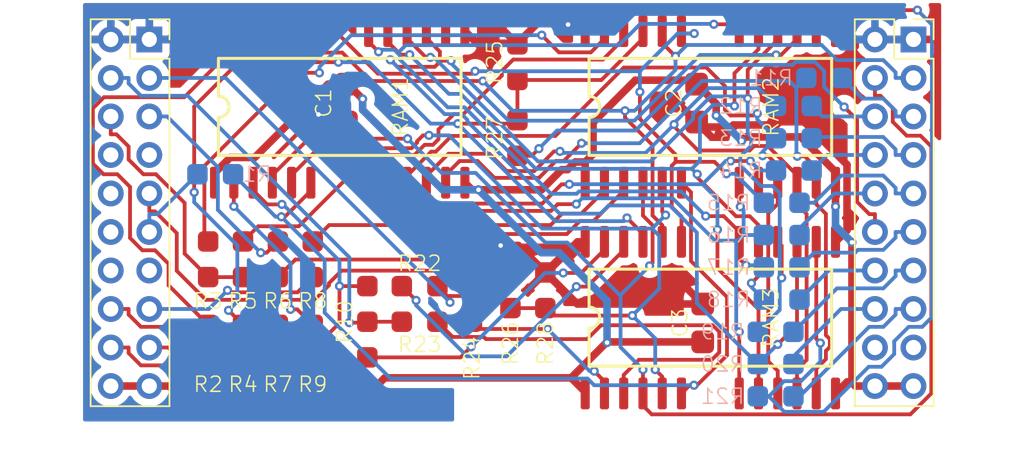
<source format=kicad_pcb>
(kicad_pcb (version 20240108) (generator "pcbnew") (generator_version "8.0")
  (layers (0 "F.Cu" signal) (31 "B.Cu" signal) (34 "B.Paste" user) (35 "F.Paste" user) (36 "B.SilkS" user "B.Silkscreen") (37 "F.SilkS" user "F.Silkscreen") (38 "B.Mask" user) (39 "F.Mask" user) (44 "Edge.Cuts" user))
  (net 0 "")
  (net 1 "/A7")
  (net 3 "/A5")
  (net 4 "/GND")
  (net 5 "/A9")
  (net 6 "/A8")
  (net 7 "/A3")
  (net 8 "/A0")
  (net 9 "/VCC")
  (net 10 "/A4")
  (net 11 "/A10")
  (net 12 "/A1")
  (net 14 "/A2")
  (net 15 "/A6")
  (net 18 "/~{RAS}")
  (net 19 "/A11")
  (net 24 "/D0.RAM3")
  (net 25 "/D1.RAM2")
  (net 26 "/D3.RAM3")
  (net 27 "/D1.RAM1")
  (net 28 "/A11.RAM")
  (net 29 "/D3.RAM1")
  (net 30 "/D3.RAM2")
  (net 31 "/D2.RAM1")
  (net 32 "/D2.RAM2")
  (net 33 "/D0.RAM2")
  (net 34 "/D0.RAM1")
  (net 35 "/A3.RAM")
  (net 36 "/A2.RAM")
  (net 37 "/A1.RAM")
  (net 38 "/A0.RAM")
  (net 39 "/A9.RAM")
  (net 40 "/A10.RAM")
  (net 41 "/A8.RAM")
  (net 42 "/A7.RAM")
  (net 43 "/A6.RAM")
  (net 44 "/A5.RAM")
  (net 45 "/A4.RAM")
  (net 46 "/D2.RAM3")
  (net 47 "/D1.RAM3")
  (net 48 "/~{CAS}.RAM")
  (net 49 "/~{RAS}.RAM")
  (net 50 "/~{CAS}")
  (net 51 "/~{OE}")
  (net 52 "/~{WE}")
  (net 53 "/RAM1.D1")
  (net 54 "/RAM1.D2.D3")
  (net 55 "/RAM2.D1")
  (net 56 "/RAM2.D0")
  (net 57 "/RAM3.D0.D2")
  (net 58 "/RAM3.D1.D3")
  (net 59 "/RAM1.D0")
  (net 60 "/RAM2.D2.D3")
  (footprint "3CHIP:SMD R" (layer "F.Cu") (at 100.95 92.1 90)
    (property "Reference" "R3")
    (property "Value" "820")
  )
  (footprint "3CHIP:RAM" (layer "F.Cu") (at 134.075 95.95)
    (property "Reference" "RAM3")
    (property "Value" "~")
  )
  (footprint "3CHIP:SMD R" (layer "F.Cu") (at 114.9 96.22)
    (property "Reference" "R23")
    (property "Value" "820")
  )
  (footprint "3CHIP:SMD R" (layer "F.Cu") (at 121.35 84.1 90)
    (property "Reference" "R27")
    (property "Value" "221")
  )
  (footprint "3CHIP:SMD R" (layer "F.Cu") (at 105.55 92.1 90)
    (property "Reference" "R6")
    (property "Value" "820")
  )
  (footprint "Connector_PinSocket_2.54mm:PinSocket_2x10_P2.54mm_Vertical" (layer "F.Cu") (at 97.07 77.6)
    (property "Reference" "RCON1" (hide yes))
    (property "Value" "Conn_02x10_Odd_Even")
  )
  (footprint "3CHIP:SMD R3" (layer "F.Cu") (at 118.35 93.87 90)
    (property "Reference" "R24")
    (property "Value" "820")
  )
  (footprint "3CHIP:SMD C" (layer "F.Cu") (at 133.17 81.8 90)
    (property "Reference" "C2")
    (property "Value" "100 nF")
  )
  (footprint "3CHIP:SMD C" (layer "F.Cu") (at 110.07 81.8 90)
    (property "Reference" "C1")
    (property "Value" "100 nF")
  )
  (footprint "3CHIP:SMD R" (layer "F.Cu") (at 114.9 93.87)
    (property "Reference" "R22")
    (property "Value" "DNP")
  )
  (footprint "3CHIP:SMD R" (layer "F.Cu") (at 105.55 97.6 90)
    (property "Reference" "R7")
    (property "Value" "820")
  )
  (footprint "3CHIP:SMD R" (layer "F.Cu") (at 123.19 94.145 90)
    (property "Reference" "R28")
    (property "Value" "DNP")
  )
  (footprint "3CHIP:SMD R" (layer "F.Cu") (at 103.25 92.1 90)
    (property "Reference" "R5")
    (property "Value" "DNP")
  )
  (footprint "3CHIP:SMD R" (layer "F.Cu") (at 120.89 94.145 90)
    (property "Reference" "R26")
    (property "Value" "221")
  )
  (footprint "3CHIP:SMD R" (layer "F.Cu") (at 121.35 79.1 90)
    (property "Reference" "R25")
    (property "Value" "DNP")
  )
  (footprint "3CHIP:RAM" (layer "F.Cu") (at 109.63 82.05)
    (property "Reference" "RAM1")
    (property "Value" "~")
  )
  (footprint "3CHIP:SMD R" (layer "F.Cu") (at 100.95 97.6 90)
    (property "Reference" "R2")
    (property "Value" "820")
  )
  (footprint "3CHIP:SMD R" (layer "F.Cu") (at 103.25 97.6 90)
    (property "Reference" "R4")
    (property "Value" "DNP")
  )
  (footprint "3CHIP:RAM" (layer "F.Cu") (at 134.075 82.05)
    (property "Reference" "RAM2")
    (property "Value" "~")
  )
  (footprint "3CHIP:SMD R" (layer "F.Cu") (at 107.85 97.6 90)
    (property "Reference" "R9")
    (property "Value" "820")
  )
  (footprint "3CHIP:SMD R" (layer "F.Cu") (at 107.85 92.1 90)
    (property "Reference" "R8")
    (property "Value" "820")
  )
  (footprint "3CHIP:SMD C" (layer "F.Cu") (at 133.57 96.3 90)
    (property "Reference" "C3")
    (property "Value" "100 nF")
  )
  (footprint "Connector_PinSocket_2.54mm:PinSocket_2x10_P2.54mm_Vertical" (layer "F.Cu") (at 147.47 77.6)
    (property "Reference" "RCON2" (hide yes))
    (property "Value" "Conn_02x10_Odd_Even")
  )
  (footprint "3CHIP:SMD R3" (layer "F.Cu") (at 111.45 96.22 90)
    (property "Reference" "R10")
    (property "Value" "DNP")
  )
  (footprint "3CHIP:SMD R" (layer "B.Cu") (at 138.38 101.14)
    (property "Reference" "R21")
    (property "Value" "820")
  )
  (footprint "3CHIP:SMD R" (layer "B.Cu") (at 138.38 99.0122)
    (property "Reference" "R20")
    (property "Value" "820")
  )
  (footprint "3CHIP:SMD R" (layer "B.Cu") (at 138.78 88.3733)
    (property "Reference" "R15")
    (property "Value" "820")
  )
  (footprint "3CHIP:SMD R" (layer "B.Cu") (at 139.58 81.99)
    (property "Reference" "R12")
    (property "Value" "820")
  )
  (footprint "3CHIP:SMD R" (layer "B.Cu") (at 101.42 86.49)
    (property "Reference" "R1")
    (property "Value" "820")
  )
  (footprint "3CHIP:SMD R" (layer "B.Cu") (at 141.58 80.14)
    (property "Reference" "R11")
    (property "Value" "820")
  )
  (footprint "3CHIP:SMD R" (layer "B.Cu") (at 138.78 90.5011)
    (property "Reference" "R16")
    (property "Value" "820")
  )
  (footprint "3CHIP:SMD R" (layer "B.Cu") (at 138.38 96.8844)
    (property "Reference" "R19")
    (property "Value" "820")
  )
  (footprint "3CHIP:SMD R" (layer "B.Cu") (at 139.58 86.2456)
    (property "Reference" "R14")
    (property "Value" "820")
  )
  (footprint "3CHIP:SMD R" (layer "B.Cu") (at 138.78 94.7567)
    (property "Reference" "R18")
    (property "Value" "820")
  )
  (footprint "3CHIP:SMD R" (layer "B.Cu") (at 139.58 84.1178)
    (property "Reference" "R13")
    (property "Value" "820")
  )
  (footprint "3CHIP:SMD R" (layer "B.Cu") (at 138.78 92.6289)
    (property "Reference" "R17")
    (property "Value" "820")
  )
  (gr_line (start 117.375 100.4) (end 124.625 100.4) (stroke (width 0.002)) (layer "Edge.Cuts"))
  (gr_line (start 92.5 75) (end 149.5 75) (stroke (width 0.002)) (layer "Edge.Cuts"))
  (gr_line (start 124.625 103) (end 149.5 103) (stroke (width 0.002)) (layer "Edge.Cuts"))
  (gr_line (start 149.5 75) (end 149.5 103) (stroke (width 0.002)) (layer "Edge.Cuts"))
  (gr_line (start 117.375 100.4) (end 117.375 103) (stroke (width 0.002)) (layer "Edge.Cuts"))
  (gr_line (start 124.625 100.4) (end 124.625 103) (stroke (width 0.002)) (layer "Edge.Cuts"))
  (gr_line (start 92.5 75) (end 92.5 103) (stroke (width 0.002)) (layer "Edge.Cuts"))
  (gr_line (start 92.5 103) (end 117.375 103) (stroke (width 0.002)) (layer "Edge.Cuts"))
  (segment (start 144.93 92.84) (end 143.7533 92.84) (width 0.25) (layer "B.Cu") (net 1))
  (segment (start 141.8717 92.84) (end 143.7533 92.84) (width 0.25) (layer "B.Cu") (net 1))
  (segment (start 139.955 94.7567) (end 141.8717 92.84) (width 0.25) (layer "B.Cu") (net 1))
  (segment (start 139.555 98.5118) (end 139.555 99.0122) (width 0.25) (layer "B.Cu") (net 3))
  (segment (start 142.6868 95.38) (end 139.555 98.5118) (width 0.25) (layer "B.Cu") (net 3))
  (segment (start 143.7533 95.38) (end 142.6868 95.38) (width 0.25) (layer "B.Cu") (net 3))
  (segment (start 144.93 95.38) (end 143.7533 95.38) (width 0.25) (layer "B.Cu") (net 3))
  (segment (start 143.6283 77.6) (end 143.0783 77.05) (width 0.5) (layer "F.Cu") (net 4))
  (segment (start 142.33 90.95) (end 143.0874 90.1926) (width 0.5) (layer "F.Cu") (net 4))
  (segment (start 118.6903 77.8553) (end 121.35 77.8553) (width 0.5) (layer "F.Cu") (net 4))
  (segment (start 108.2292 82.5506) (end 109.5706 82.5506) (width 0.5) (layer "F.Cu") (net 4))
  (segment (start 123.19 92.97) (end 123.217 92.97) (width 0.5) (layer "F.Cu") (net 4))
  (segment (start 122.6516 76.5537) (end 121.35 77.8553) (width 0.5) (layer "F.Cu") (net 4))
  (segment (start 125.3099 90.95) (end 123.2535 93.0064) (width 0.5) (layer "F.Cu") (net 4))
  (segment (start 120.2427 91.1907) (end 121.4107 91.1907) (width 0.5) (layer "F.Cu") (net 4))
  (segment (start 97.07 77.6) (end 98.3717 77.6) (width 0.5) (layer "F.Cu") (net 4))
  (segment (start 138.4368 83.2426) (end 135.5863 83.2426) (width 0.5) (layer "F.Cu") (net 4))
  (segment (start 143.0874 85.8602) (end 139.4533 82.2261) (width 0.5) (layer "F.Cu") (net 4))
  (segment (start 139.4533 82.2261) (end 138.4368 83.2426) (width 0.5) (layer "F.Cu") (net 4))
  (segment (start 143.6283 78.0511) (end 139.4533 82.2261) (width 0.5) (layer "F.Cu") (net 4))
  (segment (start 135.4522 83.3767) (end 133.4967 83.3767) (width 0.5) (layer "F.Cu") (net 4))
  (segment (start 147.47 77.6) (end 144.93 77.6) (width 0.5) (layer "F.Cu") (net 4))
  (segment (start 121.4107 91.1907) (end 123.19 92.97) (width 0.5) (layer "F.Cu") (net 4))
  (segment (start 117.885 77.05) (end 118.6903 77.8553) (width 0.5) (layer "F.Cu") (net 4))
  (segment (start 94.53 77.6) (end 97.07 77.6) (width 0.5) (layer "F.Cu") (net 4))
  (segment (start 124.6897 76.6177) (end 124.6257 76.5537) (width 0.5) (layer "F.Cu") (net 4))
  (segment (start 135.5863 83.2426) (end 135.4522 83.3767) (width 0.5) (layer "F.Cu") (net 4))
  (segment (start 125.82 77.05) (end 125.3877 76.6177) (width 0.5) (layer "F.Cu") (net 4))
  (segment (start 143.0783 77.05) (end 142.33 77.05) (width 0.5) (layer "F.Cu") (net 4))
  (segment (start 98.3717 77.6) (end 98.9217 77.05) (width 0.5) (layer "F.Cu") (net 4))
  (segment (start 109.5706 82.5506) (end 110.07 83.05) (width 0.5) (layer "F.Cu") (net 4))
  (segment (start 133.4967 83.3767) (end 133.17 83.05) (width 0.5) (layer "F.Cu") (net 4))
  (segment (start 124.6257 76.5537) (end 122.6516 76.5537) (width 0.5) (layer "F.Cu") (net 4))
  (segment (start 125.82 90.95) (end 125.3099 90.95) (width 0.5) (layer "F.Cu") (net 4))
  (segment (start 123.217 92.97) (end 123.2535 93.0064) (width 0.5) (layer "F.Cu") (net 4))
  (segment (start 125.297 95.05) (end 133.57 95.05) (width 0.5) (layer "F.Cu") (net 4))
  (segment (start 98.9217 77.05) (end 101.375 77.05) (width 0.5) (layer "F.Cu") (net 4))
  (segment (start 125.3877 76.6177) (end 124.6897 76.6177) (width 0.5) (layer "F.Cu") (net 4))
  (segment (start 123.2535 93.0064) (end 125.297 95.05) (width 0.5) (layer "F.Cu") (net 4))
  (segment (start 143.6283 77.6) (end 143.6283 78.0511) (width 0.5) (layer "F.Cu") (net 4))
  (segment (start 143.0874 90.1926) (end 143.0874 85.8602) (width 0.5) (layer "F.Cu") (net 4))
  (segment (start 144.93 77.6) (end 143.6283 77.6) (width 0.5) (layer "F.Cu") (net 4))
  (segment (start 121.35 77.8553) (end 121.35 77.925) (width 0.5) (layer "F.Cu") (net 4))
  (via (at 124.6897 76.6177) (size 0.6) (drill 0.3) (layers "F.Cu" "B.Cu") (net 4))
  (via (at 120.2427 91.1907) (size 0.6) (drill 0.3) (layers "F.Cu" "B.Cu") (net 4))
  (via (at 108.2292 82.5506) (size 0.6) (drill 0.3) (layers "F.Cu" "B.Cu") (net 4))
  (segment (start 116.8693 91.1907) (end 120.2427 91.1907) (width 0.5) (layer "B.Cu") (net 4))
  (segment (start 106.8412 80.0037) (end 110.2913 76.5536) (width 0.5) (layer "B.Cu") (net 4))
  (segment (start 110.2913 76.5536) (end 124.6897 76.5536) (width 0.5) (layer "B.Cu") (net 4))
  (segment (start 141.8266 75.7983) (end 125.445 75.7983) (width 0.5) (layer "B.Cu") (net 4))
  (segment (start 125.445 75.7983) (end 124.6897 76.5536) (width 0.5) (layer "B.Cu") (net 4))
  (segment (start 106.8412 80.0037) (end 108.2292 81.3918) (width 0.5) (layer "B.Cu") (net 4))
  (segment (start 108.2292 82.5506) (end 116.8693 91.1907) (width 0.5) (layer "B.Cu") (net 4))
  (segment (start 143.6283 77.6) (end 141.8266 75.7983) (width 0.5) (layer "B.Cu") (net 4))
  (segment (start 108.2292 81.3918) (end 108.2292 82.5506) (width 0.5) (layer "B.Cu") (net 4))
  (segment (start 124.6897 76.5536) (end 124.6897 76.6177) (width 0.5) (layer "B.Cu") (net 4))
  (segment (start 97.07 77.6) (end 104.4374 77.6) (width 0.5) (layer "B.Cu") (net 4))
  (segment (start 104.4374 77.6) (end 106.8412 80.0037) (width 0.5) (layer "B.Cu") (net 4))
  (segment (start 144.93 77.6) (end 143.6283 77.6) (width 0.5) (layer "B.Cu") (net 4))
  (segment (start 140.914 88.3733) (end 139.955 88.3733) (width 0.25) (layer "B.Cu") (net 5))
  (segment (start 145.4791 86.5781) (end 142.7092 86.5781) (width 0.25) (layer "B.Cu") (net 5))
  (segment (start 146.2933 87.76) (end 146.2933 87.3923) (width 0.25) (layer "B.Cu") (net 5))
  (segment (start 147.47 87.76) (end 146.2933 87.76) (width 0.25) (layer "B.Cu") (net 5))
  (segment (start 142.7092 86.5781) (end 140.914 88.3733) (width 0.25) (layer "B.Cu") (net 5))
  (segment (start 146.2933 87.3923) (end 145.4791 86.5781) (width 0.25) (layer "B.Cu") (net 5))
  (segment (start 143.6184 91.6648) (end 143.8065 91.4767) (width 0.25) (layer "B.Cu") (net 6))
  (segment (start 145.4844 91.4767) (end 146.2933 90.6678) (width 0.25) (layer "B.Cu") (net 6))
  (segment (start 139.955 92.6289) (end 140.9191 91.6648) (width 0.25) (layer "B.Cu") (net 6))
  (segment (start 140.9191 91.6648) (end 143.6184 91.6648) (width 0.25) (layer "B.Cu") (net 6))
  (segment (start 143.8065 91.4767) (end 145.4844 91.4767) (width 0.25) (layer "B.Cu") (net 6))
  (segment (start 147.47 90.3) (end 146.2933 90.3) (width 0.25) (layer "B.Cu") (net 6))
  (segment (start 146.2933 90.6678) (end 146.2933 90.3) (width 0.25) (layer "B.Cu") (net 6))
  (segment (start 144.1183 81.5033) (end 142.755 80.14) (width 0.25) (layer "B.Cu") (net 7))
  (segment (start 146.2933 82.68) (end 146.2933 82.3122) (width 0.25) (layer "B.Cu") (net 7))
  (segment (start 145.4844 81.5033) (end 144.1183 81.5033) (width 0.25) (layer "B.Cu") (net 7))
  (segment (start 146.2933 82.3122) (end 145.4844 81.5033) (width 0.25) (layer "B.Cu") (net 7))
  (segment (start 147.47 82.68) (end 146.2933 82.68) (width 0.25) (layer "B.Cu") (net 7))
  (segment (start 143.7533 85.22) (end 141.7806 85.22) (width 0.25) (layer "B.Cu") (net 8))
  (segment (start 144.93 85.22) (end 143.7533 85.22) (width 0.25) (layer "B.Cu") (net 8))
  (segment (start 141.7806 85.22) (end 140.755 86.2456) (width 0.25) (layer "B.Cu") (net 8))
  (segment (start 118.7836 87.5157) (end 122.94 87.5157) (width 0.5) (layer "F.Cu") (net 9))
  (segment (start 127.2605 97.5957) (end 127.3062 97.55) (width 0.5) (layer "F.Cu") (net 9))
  (segment (start 102.4088 85.3843) (end 101.375 86.4181) (width 0.5) (layer "F.Cu") (net 9))
  (segment (start 144.93 100.46) (end 143.6283 100.46) (width 0.5) (layer "F.Cu") (net 9))
  (segment (start 143.3604 100.1921) (end 143.4139 100.1386) (width 0.5) (layer "F.Cu") (net 9))
  (segment (start 124.8889 99.9216) (end 127.2148 97.5957) (width 0.5) (layer "F.Cu") (net 9))
  (segment (start 136.3946 84.0301) (end 140.0278 84.0301) (width 0.5) (layer "F.Cu") (net 9))
  (segment (start 142.33 87.05) (end 142.33 88.623) (width 0.5) (layer "F.Cu") (net 9))
  (segment (start 117.885 87.05) (end 118.3507 87.5157) (width 0.5) (layer "F.Cu") (net 9))
  (segment (start 136.137 84.2877) (end 136.3946 84.0301) (width 0.5) (layer "F.Cu") (net 9))
  (segment (start 125.82 100.8527) (end 125.82 100.95) (width 0.5) (layer "F.Cu") (net 9))
  (segment (start 110.07 80.55) (end 108.8568 80.55) (width 0.5) (layer "F.Cu") (net 9))
  (segment (start 129.1273 80.2877) (end 126.3392 83.0758) (width 0.5) (layer "F.Cu") (net 9))
  (segment (start 98.8245 100.9128) (end 111.6035 100.9128) (width 0.5) (layer "F.Cu") (net 9))
  (segment (start 124.646772 86.1908) (end 125.153972 85.6836) (width 0.5) (layer "F.Cu") (net 9))
  (segment (start 110.1615 80.55) (end 110.07 80.55) (width 0.5) (layer "F.Cu") (net 9))
  (segment (start 94.53 100.46) (end 97.07 100.46) (width 0.5) (layer "F.Cu") (net 9))
  (segment (start 142.33 86.3323) (end 142.33 87.05) (width 0.5) (layer "F.Cu") (net 9))
  (segment (start 108.8568 80.55) (end 104.0225 85.3843) (width 0.5) (layer "F.Cu") (net 9))
  (segment (start 134.4608 81.8408) (end 133.17 80.55) (width 0.5) (layer "F.Cu") (net 9))
  (segment (start 132.9077 80.2877) (end 129.1273 80.2877) (width 0.5) (layer "F.Cu") (net 9))
  (segment (start 140.0278 84.0301) (end 142.33 86.3323) (width 0.5) (layer "F.Cu") (net 9))
  (segment (start 125.153972 85.6836) (end 125.82 85.6836) (width 0.5) (layer "F.Cu") (net 9))
  (segment (start 127.2148 97.5957) (end 127.2605 97.5957) (width 0.5) (layer "F.Cu") (net 9))
  (segment (start 143.4139 100.1386) (end 143.4139 90.9827) (width 0.5) (layer "F.Cu") (net 9))
  (segment (start 124.8889 99.9216) (end 125.82 100.8527) (width 0.5) (layer "F.Cu") (net 9))
  (segment (start 126.3392 83.0758) (end 126.3392 85.1644) (width 0.5) (layer "F.Cu") (net 9))
  (segment (start 111.6035 100.9128) (end 112.5947 99.9216) (width 0.5) (layer "F.Cu") (net 9))
  (segment (start 144.93 100.46) (end 147.47 100.46) (width 0.5) (layer "F.Cu") (net 9))
  (segment (start 112.5947 99.9216) (end 124.8889 99.9216) (width 0.5) (layer "F.Cu") (net 9))
  (segment (start 143.6283 100.46) (end 143.3604 100.1921) (width 0.5) (layer "F.Cu") (net 9))
  (segment (start 143.0879 100.1921) (end 142.33 100.95) (width 0.5) (layer "F.Cu") (net 9))
  (segment (start 97.07 100.46) (end 98.3717 100.46) (width 0.5) (layer "F.Cu") (net 9))
  (segment (start 118.3507 87.5157) (end 118.7836 87.5157) (width 0.5) (layer "F.Cu") (net 9))
  (segment (start 143.3604 100.1921) (end 143.0879 100.1921) (width 0.5) (layer "F.Cu") (net 9))
  (segment (start 98.3717 100.46) (end 98.8245 100.9128) (width 0.5) (layer "F.Cu") (net 9))
  (segment (start 125.82 85.6836) (end 125.82 87.05) (width 0.5) (layer "F.Cu") (net 9))
  (segment (start 104.0225 85.3843) (end 102.4088 85.3843) (width 0.5) (layer "F.Cu") (net 9))
  (segment (start 133.17 80.55) (end 132.9077 80.2877) (width 0.5) (layer "F.Cu") (net 9))
  (segment (start 124.2649 86.1908) (end 124.646772 86.1908) (width 0.5) (layer "F.Cu") (net 9))
  (segment (start 134.4608 82.6115) (end 134.4608 81.8408) (width 0.5) (layer "F.Cu") (net 9))
  (segment (start 101.375 86.4181) (end 101.375 87.05) (width 0.5) (layer "F.Cu") (net 9))
  (segment (start 111.1409 81.5294) (end 110.1615 80.55) (width 0.5) (layer "F.Cu") (net 9))
  (segment (start 126.3392 85.1644) (end 125.82 85.6836) (width 0.5) (layer "F.Cu") (net 9))
  (segment (start 127.3062 97.55) (end 133.57 97.55) (width 0.5) (layer "F.Cu") (net 9))
  (segment (start 122.94 87.5157) (end 124.2649 86.1908) (width 0.5) (layer "F.Cu") (net 9))
  (via (at 143.4139 90.9827) (size 0.6) (drill 0.3) (layers "F.Cu" "B.Cu") (net 9))
  (via (at 111.1409 81.5294) (size 0.6) (drill 0.3) (layers "F.Cu" "B.Cu") (net 9))
  (via (at 136.137 84.2877) (size 0.6) (drill 0.3) (layers "F.Cu" "B.Cu") (net 9))
  (via (at 142.33 88.623) (size 0.6) (drill 0.3) (layers "F.Cu" "B.Cu") (net 9))
  (via (at 127.2605 97.5957) (size 0.6) (drill 0.3) (layers "F.Cu" "B.Cu") (net 9))
  (via (at 134.4608 82.6115) (size 0.6) (drill 0.3) (layers "F.Cu" "B.Cu") (net 9))
  (via (at 118.7836 87.5157) (size 0.6) (drill 0.3) (layers "F.Cu" "B.Cu") (net 9))
  (segment (start 111.1409 82.2465) (end 116.4101 87.5157) (width 0.5) (layer "B.Cu") (net 9))
  (segment (start 118.7836 87.5157) (end 122.9323 91.6644) (width 0.5) (layer "B.Cu") (net 9))
  (segment (start 122.9323 91.6644) (end 124.0983 91.6644) (width 0.5) (layer "B.Cu") (net 9))
  (segment (start 127.2605 94.8266) (end 127.2605 97.5957) (width 0.5) (layer "B.Cu") (net 9))
  (segment (start 116.4101 87.5157) (end 118.7836 87.5157) (width 0.5) (layer "B.Cu") (net 9))
  (segment (start 143.4139 90.9827) (end 142.33 89.8988) (width 0.5) (layer "B.Cu") (net 9))
  (segment (start 111.1409 81.5294) (end 111.1409 82.2465) (width 0.5) (layer "B.Cu") (net 9))
  (segment (start 136.137 84.2877) (end 134.4608 82.6115) (width 0.5) (layer "B.Cu") (net 9))
  (segment (start 142.33 89.8988) (end 142.33 88.623) (width 0.5) (layer "B.Cu") (net 9))
  (segment (start 124.0983 91.6644) (end 127.2605 94.8266) (width 0.5) (layer "B.Cu") (net 9))
  (segment (start 146.2933 95.7478) (end 145.4844 96.5567) (width 0.25) (layer "B.Cu") (net 10))
  (segment (start 145.4844 96.5567) (end 144.5469 96.5567) (width 0.25) (layer "B.Cu") (net 10))
  (segment (start 146.2933 95.38) (end 146.2933 95.7478) (width 0.25) (layer "B.Cu") (net 10))
  (segment (start 139.9636 101.14) (end 139.555 101.14) (width 0.25) (layer "B.Cu") (net 10))
  (segment (start 147.47 95.38) (end 146.2933 95.38) (width 0.25) (layer "B.Cu") (net 10))
  (segment (start 144.5469 96.5567) (end 139.9636 101.14) (width 0.25) (layer "B.Cu") (net 10))
  (segment (start 144.93 87.76) (end 143.7533 87.76) (width 0.25) (layer "B.Cu") (net 11))
  (segment (start 143.7533 87.76) (end 142.2551 87.76) (width 0.25) (layer "B.Cu") (net 11))
  (segment (start 142.2551 87.76) (end 139.955 90.0601) (width 0.25) (layer "B.Cu") (net 11))
  (segment (start 139.955 90.0601) (end 139.955 90.5011) (width 0.25) (layer "B.Cu") (net 11))
  (segment (start 146.2933 84.8523) (end 145.4749 84.0339) (width 0.25) (layer "B.Cu") (net 12))
  (segment (start 140.8389 84.0339) (end 140.755 84.1178) (width 0.25) (layer "B.Cu") (net 12))
  (segment (start 147.47 85.22) (end 146.2933 85.22) (width 0.25) (layer "B.Cu") (net 12))
  (segment (start 146.2933 85.22) (end 146.2933 84.8523) (width 0.25) (layer "B.Cu") (net 12))
  (segment (start 145.4749 84.0339) (end 140.8389 84.0339) (width 0.25) (layer "B.Cu") (net 12))
  (segment (start 141.445 82.68) (end 140.755 81.99) (width 0.25) (layer "B.Cu") (net 14))
  (segment (start 144.93 82.68) (end 141.445 82.68) (width 0.25) (layer "B.Cu") (net 14))
  (segment (start 146.2933 92.84) (end 146.2933 93.2078) (width 0.25) (layer "B.Cu") (net 15))
  (segment (start 142.4227 94.0167) (end 139.555 96.8844) (width 0.25) (layer "B.Cu") (net 15))
  (segment (start 147.47 92.84) (end 146.2933 92.84) (width 0.25) (layer "B.Cu") (net 15))
  (segment (start 146.2933 93.2078) (end 145.4844 94.0167) (width 0.25) (layer "B.Cu") (net 15))
  (segment (start 145.4844 94.0167) (end 142.4227 94.0167) (width 0.25) (layer "B.Cu") (net 15))
  (segment (start 97.07 87.76) (end 97.07 88.9367) (width 0.25) (layer "F.Cu") (net 18))
  (segment (start 98.882 90.3809) (end 97.4378 88.9367) (width 0.25) (layer "F.Cu") (net 18))
  (segment (start 100.7954 94.7748) (end 98.882 92.8614) (width 0.25) (layer "F.Cu") (net 18))
  (segment (start 109.7476 92.8494) (end 108.9164 93.6806) (width 0.25) (layer "F.Cu") (net 18))
  (segment (start 108.9164 93.6806) (end 108.9164 93.8227) (width 0.25) (layer "F.Cu") (net 18))
  (segment (start 106.1265 94.7747) (end 106.1264 94.7748) (width 0.25) (layer "F.Cu") (net 18))
  (segment (start 107.9644 94.7747) (end 106.1265 94.7747) (width 0.25) (layer "F.Cu") (net 18))
  (segment (start 106.1264 94.7748) (end 100.7954 94.7748) (width 0.25) (layer "F.Cu") (net 18))
  (segment (start 120.89 92.97) (end 120.7694 92.8494) (width 0.25) (layer "F.Cu") (net 18))
  (segment (start 98.882 92.8614) (end 98.882 90.3809) (width 0.25) (layer "F.Cu") (net 18))
  (segment (start 120.7694 92.8494) (end 109.7476 92.8494) (width 0.25) (layer "F.Cu") (net 18))
  (segment (start 108.9164 93.8227) (end 107.9644 94.7747) (width 0.25) (layer "F.Cu") (net 18))
  (segment (start 97.4378 88.9367) (end 97.07 88.9367) (width 0.25) (layer "F.Cu") (net 18))
  (segment (start 97.6117 89.1233) (end 100.245 86.49) (width 0.25) (layer "B.Cu") (net 19))
  (segment (start 97.07 90.3) (end 97.07 89.1233) (width 0.25) (layer "B.Cu") (net 19))
  (segment (start 97.07 89.1233) (end 97.6117 89.1233) (width 0.25) (layer "B.Cu") (net 19))
  (segment (start 127.09 100.95) (end 127.09 100.1533) (width 0.25) (layer "F.Cu") (net 24))
  (segment (start 118.35 96.22) (end 118.8274 96.6974) (width 0.25) (layer "F.Cu") (net 24))
  (segment (start 127.09 100.1533) (end 126.4147 99.478) (width 0.25) (layer "F.Cu") (net 24))
  (segment (start 118.8274 96.6974) (end 123.3407 96.6974) (width 0.25) (layer "F.Cu") (net 24))
  (via (at 126.4147 99.478) (size 0.6) (drill 0.3) (layers "F.Cu" "B.Cu") (net 24))
  (via (at 123.3407 96.6974) (size 0.6) (drill 0.3) (layers "F.Cu" "B.Cu") (net 24))
  (segment (start 126.4147 99.478) (end 126.1213 99.478) (width 0.25) (layer "B.Cu") (net 24))
  (segment (start 126.1213 99.478) (end 123.3407 96.6974) (width 0.25) (layer "B.Cu") (net 24))
  (segment (start 124.61 90.4349) (end 119.4351 90.4349) (width 0.25) (layer "F.Cu") (net 25))
  (segment (start 117.7522 92.1178) (end 106.7072 92.1178) (width 0.25) (layer "F.Cu") (net 25))
  (segment (start 106.7072 92.1178) (end 105.55 93.275) (width 0.25) (layer "F.Cu") (net 25))
  (segment (start 118.35 91.52) (end 117.7522 92.1178) (width 0.25) (layer "F.Cu") (net 25))
  (segment (start 128.36 87.5848) (end 126.3721 89.5727) (width 0.25) (layer "F.Cu") (net 25))
  (segment (start 119.4351 90.4349) (end 118.35 91.52) (width 0.25) (layer "F.Cu") (net 25))
  (segment (start 128.36 87.05) (end 128.36 87.5848) (width 0.25) (layer "F.Cu") (net 25))
  (segment (start 125.4722 89.5727) (end 124.61 90.4349) (width 0.25) (layer "F.Cu") (net 25))
  (segment (start 126.3721 89.5727) (end 125.4722 89.5727) (width 0.25) (layer "F.Cu") (net 25))
  (segment (start 127.09 90.95) (end 127.09 91.4717) (width 0.25) (layer "F.Cu") (net 26))
  (segment (start 117.5944 98.57) (end 118.2912 97.8732) (width 0.25) (layer "F.Cu") (net 26))
  (segment (start 125.5604 93.0013) (end 124.3701 93.0013) (width 0.25) (layer "F.Cu") (net 26))
  (segment (start 127.09 91.4717) (end 125.5604 93.0013) (width 0.25) (layer "F.Cu") (net 26))
  (segment (start 111.45 98.57) (end 117.5944 98.57) (width 0.25) (layer "F.Cu") (net 26))
  (via (at 118.2912 97.8732) (size 0.6) (drill 0.3) (layers "F.Cu" "B.Cu") (net 26))
  (via (at 124.3701 93.0013) (size 0.6) (drill 0.3) (layers "F.Cu" "B.Cu") (net 26))
  (segment (start 124.3701 93.0013) (end 123.1631 93.0013) (width 0.25) (layer "B.Cu") (net 26))
  (segment (start 123.1631 93.0013) (end 118.2912 97.8732) (width 0.25) (layer "B.Cu") (net 26))
  (segment (start 103.915 87.5552) (end 103.915 87.05) (width 0.25) (layer "F.Cu") (net 27))
  (segment (start 109.6152 93.87) (end 109.6152 96.297) (width 0.25) (layer "F.Cu") (net 27))
  (segment (start 104.8395 88.4797) (end 103.915 87.5552) (width 0.25) (layer "F.Cu") (net 27))
  (segment (start 105.817 88.4797) (end 104.8395 88.4797) (width 0.25) (layer "F.Cu") (net 27))
  (segment (start 106.725 97.6) (end 105.55 98.775) (width 0.25) (layer "F.Cu") (net 27))
  (segment (start 109.6152 96.297) (end 108.3122 97.6) (width 0.25) (layer "F.Cu") (net 27))
  (segment (start 108.3122 97.6) (end 106.725 97.6) (width 0.25) (layer "F.Cu") (net 27))
  (segment (start 111.45 93.87) (end 109.6152 93.87) (width 0.25) (layer "F.Cu") (net 27))
  (via (at 105.817 88.4797) (size 0.6) (drill 0.3) (layers "F.Cu" "B.Cu") (net 27))
  (via (at 109.6152 93.87) (size 0.6) (drill 0.3) (layers "F.Cu" "B.Cu") (net 27))
  (segment (start 105.8883 88.4797) (end 109.6152 92.2066) (width 0.25) (layer "B.Cu") (net 27))
  (segment (start 109.6152 92.2066) (end 109.6152 93.87) (width 0.25) (layer "B.Cu") (net 27))
  (segment (start 105.817 88.4797) (end 105.8883 88.4797) (width 0.25) (layer "B.Cu") (net 27))
  (segment (start 135.1718 94.5908) (end 135.1718 98.435) (width 0.25) (layer "F.Cu") (net 28))
  (segment (start 132.7973 87.6773) (end 132.7973 92.2163) (width 0.25) (layer "F.Cu") (net 28))
  (segment (start 107.725 87.05) (end 107.725 87.5813) (width 0.25) (layer "F.Cu") (net 28))
  (segment (start 106.0111 89.2952) (end 105.7812 89.2952) (width 0.25) (layer "F.Cu") (net 28))
  (segment (start 133.2004 100.4064) (end 132.9956 100.4064) (width 0.25) (layer "F.Cu") (net 28))
  (segment (start 135.1718 98.435) (end 133.2004 100.4064) (width 0.25) (layer "F.Cu") (net 28))
  (segment (start 132.9956 100.4064) (end 132.7136 100.4064) (width 0.25) (layer "F.Cu") (net 28))
  (segment (start 107.725 87.5813) (end 106.0111 89.2952) (width 0.25) (layer "F.Cu") (net 28))
  (segment (start 132.17 87.05) (end 132.7973 87.6773) (width 0.25) (layer "F.Cu") (net 28))
  (segment (start 132.7136 100.4064) (end 132.17 100.95) (width 0.25) (layer "F.Cu") (net 28))
  (segment (start 132.7973 92.2163) (end 135.1718 94.5908) (width 0.25) (layer "F.Cu") (net 28))
  (via (at 132.9956 100.4064) (size 0.6) (drill 0.3) (layers "F.Cu" "B.Cu") (net 28))
  (via (at 105.7812 89.2952) (size 0.6) (drill 0.3) (layers "F.Cu" "B.Cu") (net 28))
  (segment (start 125.9748 99.9682) (end 126.413 100.4064) (width 0.25) (layer "B.Cu") (net 28))
  (segment (start 105.7812 89.2952) (end 108.6373 92.1513) (width 0.25) (layer "B.Cu") (net 28))
  (segment (start 108.6373 92.1513) (end 108.6373 95.6261) (width 0.25) (layer "B.Cu") (net 28))
  (segment (start 105.4002 89.2952) (end 105.7812 89.2952) (width 0.25) (layer "B.Cu") (net 28))
  (segment (start 126.413 100.4064) (end 132.9956 100.4064) (width 0.25) (layer "B.Cu") (net 28))
  (segment (start 112.9794 99.9682) (end 125.9748 99.9682) (width 0.25) (layer "B.Cu") (net 28))
  (segment (start 108.6373 95.6261) (end 112.9794 99.9682) (width 0.25) (layer "B.Cu") (net 28))
  (segment (start 102.595 86.49) (end 105.4002 89.2952) (width 0.25) (layer "B.Cu") (net 28))
  (segment (start 94.0503 86.49) (end 94.9608 86.49) (width 0.25) (layer "F.Cu") (net 29))
  (segment (start 97.4468 91.5055) (end 98.3385 92.3972) (width 0.25) (layer "F.Cu") (net 29))
  (segment (start 96.6107 91.5055) (end 97.4468 91.5055) (width 0.25) (layer "F.Cu") (net 29))
  (segment (start 93.3493 82.1413) (end 93.3493 85.789) (width 0.25) (layer "F.Cu") (net 29))
  (segment (start 94.9608 86.49) (end 95.8 87.3292) (width 0.25) (layer "F.Cu") (net 29))
  (segment (start 93.3493 85.789) (end 94.0503 86.49) (width 0.25) (layer "F.Cu") (net 29))
  (segment (start 95.8 87.3292) (end 95.8 90.6948) (width 0.25) (layer "F.Cu") (net 29))
  (segment (start 99.38 81.41) (end 94.0806 81.41) (width 0.25) (layer "F.Cu") (net 29))
  (segment (start 98.3385 93.8135) (end 100.95 96.425) (width 0.25) (layer "F.Cu") (net 29))
  (segment (start 102.645 77.05) (end 102.645 78.145) (width 0.25) (layer "F.Cu") (net 29))
  (segment (start 102.645 78.145) (end 99.38 81.41) (width 0.25) (layer "F.Cu") (net 29))
  (segment (start 95.8 90.6948) (end 96.6107 91.5055) (width 0.25) (layer "F.Cu") (net 29))
  (segment (start 98.3385 92.3972) (end 98.3385 93.8135) (width 0.25) (layer "F.Cu") (net 29))
  (segment (start 94.0806 81.41) (end 93.3493 82.1413) (width 0.25) (layer "F.Cu") (net 29))
  (segment (start 108.2888 79.8016) (end 106.8449 79.8016) (width 0.25) (layer "F.Cu") (net 30))
  (segment (start 127.09 77.5564) (end 126.1955 78.4509) (width 0.25) (layer "F.Cu") (net 30))
  (segment (start 100.7023 90.6773) (end 100.95 90.925) (width 0.25) (layer "F.Cu") (net 30))
  (segment (start 106.8449 79.8016) (end 100.7023 85.9442) (width 0.25) (layer "F.Cu") (net 30))
  (segment (start 127.09 77.05) (end 127.09 77.5564) (width 0.25) (layer "F.Cu") (net 30))
  (segment (start 100.7023 85.9442) (end 100.7023 90.6773) (width 0.25) (layer "F.Cu") (net 30))
  (segment (start 124.0859 78.4509) (end 122.9542 77.3192) (width 0.25) (layer "F.Cu") (net 30))
  (segment (start 126.1955 78.4509) (end 124.0859 78.4509) (width 0.25) (layer "F.Cu") (net 30))
  (via (at 108.2888 79.8016) (size 0.6) (drill 0.3) (layers "F.Cu" "B.Cu") (net 30))
  (via (at 122.9542 77.3192) (size 0.6) (drill 0.3) (layers "F.Cu" "B.Cu") (net 30))
  (segment (start 108.2888 79.4185) (end 110.3881 77.3192) (width 0.25) (layer "B.Cu") (net 30))
  (segment (start 110.3881 77.3192) (end 122.9542 77.3192) (width 0.25) (layer "B.Cu") (net 30))
  (segment (start 108.2888 79.8016) (end 108.2888 79.4185) (width 0.25) (layer "B.Cu") (net 30))
  (segment (start 103.915 78.145) (end 100.0301 82.0299) (width 0.25) (layer "F.Cu") (net 31))
  (segment (start 100.0301 82.0299) (end 100.0301 87.6812) (width 0.25) (layer "F.Cu") (net 31))
  (segment (start 103.915 77.05) (end 103.915 78.145) (width 0.25) (layer "F.Cu") (net 31))
  (segment (start 102.2937 95.4687) (end 103.25 96.425) (width 0.25) (layer "F.Cu") (net 31))
  (via (at 102.2937 95.4687) (size 0.6) (drill 0.3) (layers "F.Cu" "B.Cu") (net 31))
  (via (at 100.0301 87.6812) (size 0.6) (drill 0.3) (layers "F.Cu" "B.Cu") (net 31))
  (segment (start 102.8761 91.1844) (end 100.0301 88.3384) (width 0.25) (layer "B.Cu") (net 31))
  (segment (start 102.2937 95.4687) (end 102.8761 94.8863) (width 0.25) (layer "B.Cu") (net 31))
  (segment (start 100.0301 88.3384) (end 100.0301 87.6812) (width 0.25) (layer "B.Cu") (net 31))
  (segment (start 102.8761 94.8863) (end 102.8761 91.1844) (width 0.25) (layer "B.Cu") (net 31))
  (segment (start 116.1424 83.5398) (end 117.1552 82.527) (width 0.25) (layer "F.Cu") (net 32))
  (segment (start 117.1552 82.527) (end 117.7811 82.527) (width 0.25) (layer "F.Cu") (net 32))
  (segment (start 104.253 89.922) (end 106.9295 89.922) (width 0.25) (layer "F.Cu") (net 32))
  (segment (start 103.25 90.925) (end 104.253 89.922) (width 0.25) (layer "F.Cu") (net 32))
  (segment (start 120.3228 79.6773) (end 121.0721 78.928) (width 0.25) (layer "F.Cu") (net 32))
  (segment (start 116.1424 84.1848) (end 116.1424 83.5398) (width 0.25) (layer "F.Cu") (net 32))
  (segment (start 114.5516 85.2259) (end 115.2256 84.5519) (width 0.25) (layer "F.Cu") (net 32))
  (segment (start 117.7811 82.527) (end 120.3228 79.9853) (width 0.25) (layer "F.Cu") (net 32))
  (segment (start 126.9878 78.928) (end 128.36 77.5558) (width 0.25) (layer "F.Cu") (net 32))
  (segment (start 128.36 77.5558) (end 128.36 77.05) (width 0.25) (layer "F.Cu") (net 32))
  (segment (start 120.3228 79.9853) (end 120.3228 79.6773) (width 0.25) (layer "F.Cu") (net 32))
  (segment (start 115.7753 84.5519) (end 116.1424 84.1848) (width 0.25) (layer "F.Cu") (net 32))
  (segment (start 121.0721 78.928) (end 126.9878 78.928) (width 0.25) (layer "F.Cu") (net 32))
  (segment (start 111.6256 85.2259) (end 114.5516 85.2259) (width 0.25) (layer "F.Cu") (net 32))
  (segment (start 106.9295 89.922) (end 111.6256 85.2259) (width 0.25) (layer "F.Cu") (net 32))
  (segment (start 115.2256 84.5519) (end 115.7753 84.5519) (width 0.25) (layer "F.Cu") (net 32))
  (segment (start 123.541 89.8436) (end 124.2909 89.0937) (width 0.25) (layer "F.Cu") (net 33))
  (segment (start 125.5596 89.0937) (end 127.09 87.5633) (width 0.25) (layer "F.Cu") (net 33))
  (segment (start 124.2909 89.0937) (end 125.5596 89.0937) (width 0.25) (layer "F.Cu") (net 33))
  (segment (start 107.85 90.925) (end 108.9314 89.8436) (width 0.25) (layer "F.Cu") (net 33))
  (segment (start 108.9314 89.8436) (end 123.541 89.8436) (width 0.25) (layer "F.Cu") (net 33))
  (segment (start 127.09 87.5633) (end 127.09 87.05) (width 0.25) (layer "F.Cu") (net 33))
  (segment (start 102.645 88.6082) (end 102.645 87.05) (width 0.25) (layer "F.Cu") (net 34))
  (segment (start 107.85 96.425) (end 106.8264 95.4014) (width 0.25) (layer "F.Cu") (net 34))
  (segment (start 106.8264 95.4014) (end 106.386 95.4014) (width 0.25) (layer "F.Cu") (net 34))
  (via (at 106.386 95.4014) (size 0.6) (drill 0.3) (layers "F.Cu" "B.Cu") (net 34))
  (via (at 102.645 88.6082) (size 0.6) (drill 0.3) (layers "F.Cu" "B.Cu") (net 34))
  (segment (start 106.386 92.3492) (end 106.386 95.4014) (width 0.25) (layer "B.Cu") (net 34))
  (segment (start 102.645 88.6082) (end 106.386 92.3492) (width 0.25) (layer "B.Cu") (net 34))
  (segment (start 125.5778 84.4466) (end 124.4086 85.6158) (width 0.25) (layer "F.Cu") (net 35))
  (segment (start 139.807 85.3055) (end 140.2955 85.3055) (width 0.25) (layer "F.Cu") (net 35))
  (segment (start 124.4086 85.6158) (end 123.8876 85.6158) (width 0.25) (layer "F.Cu") (net 35))
  (segment (start 116.615 86.5372) (end 116.615 87.05) (width 0.25) (layer "F.Cu") (net 35))
  (segment (start 122.7737 86.7297) (end 119.8348 86.7297) (width 0.25) (layer "F.Cu") (net 35))
  (segment (start 141.06 100.95) (end 141.06 99.32) (width 0.25) (layer "F.Cu") (net 35))
  (segment (start 141.695 97.1057) (end 141.695 89.105) (width 0.25) (layer "F.Cu") (net 35))
  (segment (start 118.7262 85.6211) (end 117.5311 85.6211) (width 0.25) (layer "F.Cu") (net 35))
  (segment (start 123.8876 85.6158) (end 122.7737 86.7297) (width 0.25) (layer "F.Cu") (net 35))
  (segment (start 141.06 86.07) (end 141.06 87.05) (width 0.25) (layer "F.Cu") (net 35))
  (segment (start 141.9547 97.3654) (end 141.695 97.1057) (width 0.25) (layer "F.Cu") (net 35))
  (segment (start 141.695 89.105) (end 141.06 88.47) (width 0.25) (layer "F.Cu") (net 35))
  (segment (start 141.695 98.1443) (end 141.9547 97.8846) (width 0.25) (layer "F.Cu") (net 35))
  (segment (start 141.9547 97.8846) (end 141.9547 97.3654) (width 0.25) (layer "F.Cu") (net 35))
  (segment (start 141.06 99.32) (end 141.695 98.685) (width 0.25) (layer "F.Cu") (net 35))
  (segment (start 140.2955 85.3055) (end 141.06 86.07) (width 0.25) (layer "F.Cu") (net 35))
  (segment (start 117.5311 85.6211) (end 116.615 86.5372) (width 0.25) (layer "F.Cu") (net 35))
  (segment (start 119.8348 86.7297) (end 118.7262 85.6211) (width 0.25) (layer "F.Cu") (net 35))
  (segment (start 141.06 88.47) (end 141.06 87.05) (width 0.25) (layer "F.Cu") (net 35))
  (segment (start 141.695 98.685) (end 141.695 98.1443) (width 0.25) (layer "F.Cu") (net 35))
  (via (at 125.5778 84.4466) (size 0.6) (drill 0.3) (layers "F.Cu" "B.Cu") (net 35))
  (via (at 139.807 85.3055) (size 0.6) (drill 0.3) (layers "F.Cu" "B.Cu") (net 35))
  (segment (start 139.752 80.793) (end 139.2966 80.3376) (width 0.25) (layer "B.Cu") (net 35))
  (segment (start 140.405 80.14) (end 139.752 80.793) (width 0.25) (layer "B.Cu") (net 35))
  (segment (start 139.2966 80.3376) (end 133.5226 80.3376) (width 0.25) (layer "B.Cu") (net 35))
  (segment (start 133.5226 80.3376) (end 129.4136 84.4466) (width 0.25) (layer "B.Cu") (net 35))
  (segment (start 139.752 80.793) (end 139.752 85.2505) (width 0.25) (layer "B.Cu") (net 35))
  (segment (start 129.4136 84.4466) (end 125.5778 84.4466) (width 0.25) (layer "B.Cu") (net 35))
  (segment (start 139.752 85.2505) (end 139.807 85.3055) (width 0.25) (layer "B.Cu") (net 35))
  (segment (start 131.6806 83.3374) (end 133.2682 84.925) (width 0.25) (layer "F.Cu") (net 36))
  (segment (start 119.5007 85.1407) (end 120.6397 86.2797) (width 0.25) (layer "F.Cu") (net 36))
  (segment (start 131.6806 83.2096) (end 131.6806 83.3374) (width 0.25) (layer "F.Cu") (net 36))
  (segment (start 123.7618 84.9815) (end 124.1566 84.9815) (width 0.25) (layer "F.Cu") (net 36))
  (segment (start 116.7991 85.1407) (end 119.5007 85.1407) (width 0.25) (layer "F.Cu") (net 36))
  (segment (start 139.79 88.48) (end 140.425 89.115) (width 0.25) (layer "F.Cu") (net 36))
  (segment (start 122.4636 86.2797) (end 123.7618 84.9815) (width 0.25) (layer "F.Cu") (net 36))
  (segment (start 140.425 89.115) (end 140.425 98.735) (width 0.25) (layer "F.Cu") (net 36))
  (segment (start 140.425 98.735) (end 139.79 99.37) (width 0.25) (layer "F.Cu") (net 36))
  (segment (start 115.345 86.5948) (end 116.7991 85.1407) (width 0.25) (layer "F.Cu") (net 36))
  (segment (start 115.345 87.05) (end 115.345 86.5948) (width 0.25) (layer "F.Cu") (net 36))
  (segment (start 136.6609 84.925) (end 136.9575 84.6284) (width 0.25) (layer "F.Cu") (net 36))
  (segment (start 120.6397 86.2797) (end 122.4636 86.2797) (width 0.25) (layer "F.Cu") (net 36))
  (segment (start 139.79 86.5533) (end 139.79 87.05) (width 0.25) (layer "F.Cu") (net 36))
  (segment (start 139.79 99.37) (end 139.79 100.95) (width 0.25) (layer "F.Cu") (net 36))
  (segment (start 137.8651 84.6284) (end 139.79 86.5533) (width 0.25) (layer "F.Cu") (net 36))
  (segment (start 133.2682 84.925) (end 136.6609 84.925) (width 0.25) (layer "F.Cu") (net 36))
  (segment (start 139.79 87.05) (end 139.79 88.48) (width 0.25) (layer "F.Cu") (net 36))
  (segment (start 136.9575 84.6284) (end 137.8651 84.6284) (width 0.25) (layer "F.Cu") (net 36))
  (via (at 124.1566 84.9815) (size 0.6) (drill 0.3) (layers "F.Cu" "B.Cu") (net 36))
  (via (at 131.6806 83.2096) (size 0.6) (drill 0.3) (layers "F.Cu" "B.Cu") (net 36))
  (segment (start 129.8058 85.0844) (end 131.6806 83.2096) (width 0.25) (layer "B.Cu") (net 36))
  (segment (start 124.1566 84.9815) (end 124.2595 85.0844) (width 0.25) (layer "B.Cu") (net 36))
  (segment (start 124.2595 85.0844) (end 129.8058 85.0844) (width 0.25) (layer "B.Cu") (net 36))
  (segment (start 131.6806 83.1118) (end 131.6806 83.2096) (width 0.25) (layer "B.Cu") (net 36))
  (segment (start 137.2271 80.8121) (end 133.9803 80.8121) (width 0.25) (layer "B.Cu") (net 36))
  (segment (start 133.9803 80.8121) (end 131.6806 83.1118) (width 0.25) (layer "B.Cu") (net 36))
  (segment (start 138.405 81.99) (end 137.2271 80.8121) (width 0.25) (layer "B.Cu") (net 36))
  (segment (start 115.6597 85.0036) (end 114.075 86.5883) (width 0.25) (layer "F.Cu") (net 37))
  (segment (start 128.3637 79.4545) (end 123.8544 83.9638) (width 0.25) (layer "F.Cu") (net 37))
  (segment (start 137.0429 82.6152) (end 135.4047 82.6152) (width 0.25) (layer "F.Cu") (net 37))
  (segment (start 137.8919 89.0781) (end 137.8919 98.8319) (width 0.25) (layer "F.Cu") (net 37))
  (segment (start 137.8919 98.8319) (end 138.52 99.46) (width 0.25) (layer "F.Cu") (net 37))
  (segment (start 137.1673 82.4908) (end 137.0429 82.6152) (width 0.25) (layer "F.Cu") (net 37))
  (segment (start 133.8163 79.4545) (end 128.3637 79.4545) (width 0.25) (layer "F.Cu") (net 37))
  (segment (start 115.9624 85.0036) (end 115.6597 85.0036) (width 0.25) (layer "F.Cu") (net 37))
  (segment (start 135.0375 82.248) (end 135.0375 80.6757) (width 0.25) (layer "F.Cu") (net 37))
  (segment (start 138.52 85.92) (end 138.52 87.05) (width 0.25) (layer "F.Cu") (net 37))
  (segment (start 135.0375 80.6757) (end 133.8163 79.4545) (width 0.25) (layer "F.Cu") (net 37))
  (segment (start 123.8544 83.9638) (end 117.0022 83.9638) (width 0.25) (layer "F.Cu") (net 37))
  (segment (start 135.4047 82.6152) (end 135.0375 82.248) (width 0.25) (layer "F.Cu") (net 37))
  (segment (start 137.867 85.267) (end 138.52 85.92) (width 0.25) (layer "F.Cu") (net 37))
  (segment (start 114.075 86.5883) (end 114.075 87.05) (width 0.25) (layer "F.Cu") (net 37))
  (segment (start 137.5235 85.267) (end 137.867 85.267) (width 0.25) (layer "F.Cu") (net 37))
  (segment (start 138.52 99.46) (end 138.52 100.95) (width 0.25) (layer "F.Cu") (net 37))
  (segment (start 117.0022 83.9638) (end 115.9624 85.0036) (width 0.25) (layer "F.Cu") (net 37))
  (segment (start 138.52 88.45) (end 137.8919 89.0781) (width 0.25) (layer "F.Cu") (net 37))
  (segment (start 138.52 87.05) (end 138.52 88.45) (width 0.25) (layer "F.Cu") (net 37))
  (via (at 137.5235 85.267) (size 0.6) (drill 0.3) (layers "F.Cu" "B.Cu") (net 37))
  (via (at 137.1673 82.4908) (size 0.6) (drill 0.3) (layers "F.Cu" "B.Cu") (net 37))
  (segment (start 137.5235 84.9993) (end 137.5235 85.267) (width 0.25) (layer "B.Cu") (net 37))
  (segment (start 138.405 84.1178) (end 137.5235 84.9993) (width 0.25) (layer "B.Cu") (net 37))
  (segment (start 137.1673 82.8801) (end 137.1673 82.4908) (width 0.25) (layer "B.Cu") (net 37))
  (segment (start 138.405 84.1178) (end 137.1673 82.8801) (width 0.25) (layer "B.Cu") (net 37))
  (segment (start 137.25 87.05) (end 137.25 86.1559) (width 0.25) (layer "F.Cu") (net 38))
  (segment (start 113.682 88.4273) (end 122.9863 88.4273) (width 0.25) (layer "F.Cu") (net 38))
  (segment (start 135.4059 85.6165) (end 136.7106 85.6165) (width 0.25) (layer "F.Cu") (net 38))
  (segment (start 122.9863 88.4273) (end 124.2594 87.1542) (width 0.25) (layer "F.Cu") (net 38))
  (segment (start 124.2594 87.1542) (end 124.7729 87.1542) (width 0.25) (layer "F.Cu") (net 38))
  (segment (start 134.5433 92.6868) (end 137.25 95.3935) (width 0.25) (layer "F.Cu") (net 38))
  (segment (start 112.805 87.5503) (end 113.682 88.4273) (width 0.25) (layer "F.Cu") (net 38))
  (segment (start 137.25 86.1559) (end 136.7106 85.6165) (width 0.25) (layer "F.Cu") (net 38))
  (segment (start 137.25 95.3935) (end 137.25 100.95) (width 0.25) (layer "F.Cu") (net 38))
  (segment (start 134.5433 90.1435) (end 134.5433 92.6868) (width 0.25) (layer "F.Cu") (net 38))
  (segment (start 112.805 87.05) (end 112.805 87.5503) (width 0.25) (layer "F.Cu") (net 38))
  (via (at 136.7106 85.6165) (size 0.6) (drill 0.3) (layers "F.Cu" "B.Cu") (net 38))
  (via (at 135.4059 85.6165) (size 0.6) (drill 0.3) (layers "F.Cu" "B.Cu") (net 38))
  (via (at 124.7729 87.1542) (size 0.6) (drill 0.3) (layers "F.Cu" "B.Cu") (net 38))
  (via (at 134.5433 90.1435) (size 0.6) (drill 0.3) (layers "F.Cu" "B.Cu") (net 38))
  (segment (start 137.3397 86.2456) (end 136.7106 85.6165) (width 0.25) (layer "B.Cu") (net 38))
  (segment (start 138.405 86.2456) (end 137.3397 86.2456) (width 0.25) (layer "B.Cu") (net 38))
  (segment (start 133.5595 87.1482) (end 134.5433 88.132) (width 0.25) (layer "B.Cu") (net 38))
  (segment (start 135.4059 85.6165) (end 135.0912 85.6165) (width 0.25) (layer "B.Cu") (net 38))
  (segment (start 134.5433 88.132) (end 134.5433 90.1435) (width 0.25) (layer "B.Cu") (net 38))
  (segment (start 124.7789 87.1482) (end 133.5595 87.1482) (width 0.25) (layer "B.Cu") (net 38))
  (segment (start 135.0912 85.6165) (end 133.5595 87.1482) (width 0.25) (layer "B.Cu") (net 38))
  (segment (start 124.7729 87.1542) (end 124.7789 87.1482) (width 0.25) (layer "B.Cu") (net 38))
  (segment (start 129.4272 82.8434) (end 129.4272 81.06) (width 0.25) (layer "F.Cu") (net 39))
  (segment (start 131.7857 85.6727) (end 131.7857 85.2019) (width 0.25) (layer "F.Cu") (net 39))
  (segment (start 131.7857 85.6727) (end 134.3497 85.6727) (width 0.25) (layer "F.Cu") (net 39))
  (segment (start 133.0104 77.2103) (end 132.3303 77.2103) (width 0.25) (layer "F.Cu") (net 39))
  (segment (start 118.3914 79.8623) (end 118.5567 79.697) (width 0.25) (layer "F.Cu") (net 39))
  (segment (start 131.5273 88.6461) (end 131.5273 85.9311) (width 0.25) (layer "F.Cu") (net 39))
  (segment (start 132.17 90.95) (end 132.17 89.2888) (width 0.25) (layer "F.Cu") (net 39))
  (segment (start 134.3497 85.6727) (end 135.138 86.461) (width 0.25) (layer "F.Cu") (net 39))
  (segment (start 132.17 89.2888) (end 131.5273 88.6461) (width 0.25) (layer "F.Cu") (net 39))
  (segment (start 131.7857 85.2019) (end 129.4272 82.8434) (width 0.25) (layer "F.Cu") (net 39))
  (segment (start 132.3303 77.2103) (end 132.17 77.05) (width 0.25) (layer "F.Cu") (net 39))
  (segment (start 112.1491 79.8623) (end 118.3914 79.8623) (width 0.25) (layer "F.Cu") (net 39))
  (segment (start 109.3368 77.05) (end 112.1491 79.8623) (width 0.25) (layer "F.Cu") (net 39))
  (segment (start 107.725 77.05) (end 109.3368 77.05) (width 0.25) (layer "F.Cu") (net 39))
  (segment (start 131.5273 85.9311) (end 131.7857 85.6727) (width 0.25) (layer "F.Cu") (net 39))
  (via (at 133.0104 77.2103) (size 0.6) (drill 0.3) (layers "F.Cu" "B.Cu") (net 39))
  (via (at 129.4272 81.06) (size 0.6) (drill 0.3) (layers "F.Cu" "B.Cu") (net 39))
  (via (at 135.138 86.461) (size 0.6) (drill 0.3) (layers "F.Cu" "B.Cu") (net 39))
  (via (at 118.5567 79.697) (size 0.6) (drill 0.3) (layers "F.Cu" "B.Cu") (net 39))
  (segment (start 135.6927 86.461) (end 135.138 86.461) (width 0.25) (layer "B.Cu") (net 39))
  (segment (start 131.9139 77.2103) (end 133.0104 77.2103) (width 0.25) (layer "B.Cu") (net 39))
  (segment (start 129.4272 81.06) (end 129.4272 79.697) (width 0.25) (layer "B.Cu") (net 39))
  (segment (start 118.5567 79.697) (end 129.4272 79.697) (width 0.25) (layer "B.Cu") (net 39))
  (segment (start 129.4272 79.697) (end 131.9139 77.2103) (width 0.25) (layer "B.Cu") (net 39))
  (segment (start 137.605 88.3733) (end 135.6927 86.461) (width 0.25) (layer "B.Cu") (net 39))
  (segment (start 135.98 87.05) (end 135.98 88.5565) (width 0.25) (layer "F.Cu") (net 40))
  (segment (start 135.98 88.5565) (end 136.0522 88.6287) (width 0.25) (layer "F.Cu") (net 40))
  (segment (start 123.5616 88.9091) (end 124.0069 88.4638) (width 0.25) (layer "F.Cu") (net 40))
  (segment (start 112.9292 88.9091) (end 123.5616 88.9091) (width 0.25) (layer "F.Cu") (net 40))
  (segment (start 111.535 87.05) (end 111.535 87.5149) (width 0.25) (layer "F.Cu") (net 40))
  (segment (start 135.9806 100.9494) (end 135.98 100.95) (width 0.25) (layer "F.Cu") (net 40))
  (segment (start 124.0069 88.4638) (end 125.2298 88.4638) (width 0.25) (layer "F.Cu") (net 40))
  (segment (start 111.535 87.5149) (end 112.9292 88.9091) (width 0.25) (layer "F.Cu") (net 40))
  (segment (start 135.9806 96.8863) (end 135.9806 100.9494) (width 0.25) (layer "F.Cu") (net 40))
  (via (at 135.9806 96.8863) (size 0.6) (drill 0.3) (layers "F.Cu" "B.Cu") (net 40))
  (via (at 136.0522 88.6287) (size 0.6) (drill 0.3) (layers "F.Cu" "B.Cu") (net 40))
  (via (at 125.2298 88.4638) (size 0.6) (drill 0.3) (layers "F.Cu" "B.Cu") (net 40))
  (segment (start 135.8995 90.8705) (end 135.78 90.8705) (width 0.25) (layer "B.Cu") (net 40))
  (segment (start 135.78 90.8705) (end 135.78 96.6857) (width 0.25) (layer "B.Cu") (net 40))
  (segment (start 125.6158 88.0778) (end 125.2298 88.4638) (width 0.25) (layer "B.Cu") (net 40))
  (segment (start 136.2689 88.8454) (end 136.0522 88.6287) (width 0.25) (layer "B.Cu") (net 40))
  (segment (start 136.2689 90.5011) (end 135.8995 90.8705) (width 0.25) (layer "B.Cu") (net 40))
  (segment (start 134.3841 90.8705) (end 131.5914 88.0778) (width 0.25) (layer "B.Cu") (net 40))
  (segment (start 135.78 96.6857) (end 135.9806 96.8863) (width 0.25) (layer "B.Cu") (net 40))
  (segment (start 135.78 90.8705) (end 134.3841 90.8705) (width 0.25) (layer "B.Cu") (net 40))
  (segment (start 136.2689 90.5011) (end 136.2689 88.8454) (width 0.25) (layer "B.Cu") (net 40))
  (segment (start 136.2689 90.5011) (end 137.605 90.5011) (width 0.25) (layer "B.Cu") (net 40))
  (segment (start 131.5914 88.0778) (end 125.6158 88.0778) (width 0.25) (layer "B.Cu") (net 40))
  (segment (start 134.9529 89.2529) (end 133.7667 89.2529) (width 0.25) (layer "F.Cu") (net 41))
  (segment (start 134.3036 76.5986) (end 135.5286 76.5986) (width 0.25) (layer "F.Cu") (net 41))
  (segment (start 111.535 77.7569) (end 112.1905 78.4124) (width 0.25) (layer "F.Cu") (net 41))
  (segment (start 135.98 92.0584) (end 136.4169 92.4953) (width 0.25) (layer "F.Cu") (net 41))
  (segment (start 135.98 90.95) (end 135.98 92.0584) (width 0.25) (layer "F.Cu") (net 41))
  (segment (start 135.5286 76.5986) (end 135.98 77.05) (width 0.25) (layer "F.Cu") (net 41))
  (segment (start 111.535 77.05) (end 111.535 77.7569) (width 0.25) (layer "F.Cu") (net 41))
  (segment (start 135.98 90.28) (end 134.9529 89.2529) (width 0.25) (layer "F.Cu") (net 41))
  (segment (start 135.98 90.95) (end 135.98 90.28) (width 0.25) (layer "F.Cu") (net 41))
  (via (at 112.1905 78.4124) (size 0.6) (drill 0.3) (layers "F.Cu" "B.Cu") (net 41))
  (via (at 134.3036 76.5986) (size 0.6) (drill 0.3) (layers "F.Cu" "B.Cu") (net 41))
  (via (at 133.7667 89.2529) (size 0.6) (drill 0.3) (layers "F.Cu" "B.Cu") (net 41))
  (via (at 136.4169 92.4953) (size 0.6) (drill 0.3) (layers "F.Cu" "B.Cu") (net 41))
  (segment (start 113.4549 78.5066) (end 113.6008 78.6525) (width 0.25) (layer "B.Cu") (net 41))
  (segment (start 113.4549 78.5066) (end 113.2295 78.2812) (width 0.25) (layer "B.Cu") (net 41))
  (segment (start 125.4118 87.6228) (end 132.1366 87.6228) (width 0.25) (layer "B.Cu") (net 41))
  (segment (start 117.8592 82.0753) (end 123.5648 87.7809) (width 0.25) (layer "B.Cu") (net 41))
  (segment (start 137.605 92.6289) (end 137.4714 92.4953) (width 0.25) (layer "B.Cu") (net 41))
  (segment (start 134.2806 76.5756) (end 129.4512 76.5756) (width 0.25) (layer "B.Cu") (net 41))
  (segment (start 132.1366 87.6228) (end 133.7667 89.2529) (width 0.25) (layer "B.Cu") (net 41))
  (segment (start 113.6008 78.6525) (end 113.6008 78.9254) (width 0.25) (layer "B.Cu") (net 41))
  (segment (start 129.4512 76.5756) (end 128.0497 77.9771) (width 0.25) (layer "B.Cu") (net 41))
  (segment (start 123.5648 87.7809) (end 125.2537 87.7809) (width 0.25) (layer "B.Cu") (net 41))
  (segment (start 113.2295 78.2812) (end 112.3217 78.2812) (width 0.25) (layer "B.Cu") (net 41))
  (segment (start 116.7507 82.0753) (end 117.8592 82.0753) (width 0.25) (layer "B.Cu") (net 41))
  (segment (start 113.9844 77.9771) (end 113.4549 78.5066) (width 0.25) (layer "B.Cu") (net 41))
  (segment (start 113.6008 78.9254) (end 116.7507 82.0753) (width 0.25) (layer "B.Cu") (net 41))
  (segment (start 128.0497 77.9771) (end 113.9844 77.9771) (width 0.25) (layer "B.Cu") (net 41))
  (segment (start 112.3217 78.2812) (end 112.1905 78.4124) (width 0.25) (layer "B.Cu") (net 41))
  (segment (start 134.3036 76.5986) (end 134.2806 76.5756) (width 0.25) (layer "B.Cu") (net 41))
  (segment (start 137.4714 92.4953) (end 136.4169 92.4953) (width 0.25) (layer "B.Cu") (net 41))
  (segment (start 125.2537 87.7809) (end 125.4118 87.6228) (width 0.25) (layer "B.Cu") (net 41))
  (segment (start 112.805 77.05) (end 112.805 77.765) (width 0.25) (layer "F.Cu") (net 42))
  (segment (start 112.805 77.765) (end 113.6438 78.6038) (width 0.25) (layer "F.Cu") (net 42))
  (segment (start 137.25 90.95) (end 137.25 93.2095) (width 0.25) (layer "F.Cu") (net 42))
  (segment (start 113.6438 78.6038) (end 114.2439 78.6038) (width 0.25) (layer "F.Cu") (net 42))
  (segment (start 135.7643 89.26) (end 136.67 89.26) (width 0.25) (layer "F.Cu") (net 42))
  (segment (start 137.25 89.84) (end 137.25 90.95) (width 0.25) (layer "F.Cu") (net 42))
  (segment (start 135.6642 79.8319) (end 137.25 78.2461) (width 0.25) (layer "F.Cu") (net 42))
  (segment (start 135.6642 81.9885) (end 135.6642 79.8319) (width 0.25) (layer "F.Cu") (net 42))
  (segment (start 133.21 86.7057) (end 135.7643 89.26) (width 0.25) (layer "F.Cu") (net 42))
  (segment (start 137.25 78.2461) (end 137.25 77.05) (width 0.25) (layer "F.Cu") (net 42))
  (segment (start 133.21 86.4897) (end 133.21 86.7057) (width 0.25) (layer "F.Cu") (net 42))
  (segment (start 137.25 93.2095) (end 136.7836 93.6759) (width 0.25) (layer "F.Cu") (net 42))
  (segment (start 136.67 89.26) (end 137.25 89.84) (width 0.25) (layer "F.Cu") (net 42))
  (via (at 135.6642 81.9885) (size 0.6) (drill 0.3) (layers "F.Cu" "B.Cu") (net 42))
  (via (at 133.21 86.4897) (size 0.6) (drill 0.3) (layers "F.Cu" "B.Cu") (net 42))
  (via (at 114.2439 78.6038) (size 0.6) (drill 0.3) (layers "F.Cu" "B.Cu") (net 42))
  (via (at 136.7836 93.6759) (size 0.6) (drill 0.3) (layers "F.Cu" "B.Cu") (net 42))
  (segment (start 133.3862 85.6041) (end 132.8554 86.1349) (width 0.25) (layer "B.Cu") (net 42))
  (segment (start 132.8554 86.1351) (end 133.21 86.4897) (width 0.25) (layer "B.Cu") (net 42))
  (segment (start 116.8317 81.1916) (end 117.6144 81.1916) (width 0.25) (layer "B.Cu") (net 42))
  (segment (start 136.7836 93.9353) (end 136.7836 93.6759) (width 0.25) (layer "B.Cu") (net 42))
  (segment (start 117.6144 81.1916) (end 122.5577 86.1349) (width 0.25) (layer "B.Cu") (net 42))
  (segment (start 133.3862 82.7821) (end 133.3862 85.6041) (width 0.25) (layer "B.Cu") (net 42))
  (segment (start 132.8554 86.1349) (end 132.8554 86.1351) (width 0.25) (layer "B.Cu") (net 42))
  (segment (start 135.5924 81.9167) (end 134.2516 81.9167) (width 0.25) (layer "B.Cu") (net 42))
  (segment (start 122.5577 86.1349) (end 132.8554 86.1349) (width 0.25) (layer "B.Cu") (net 42))
  (segment (start 135.6642 81.9885) (end 135.5924 81.9167) (width 0.25) (layer "B.Cu") (net 42))
  (segment (start 114.2439 78.6038) (end 116.8317 81.1916) (width 0.25) (layer "B.Cu") (net 42))
  (segment (start 137.605 94.7567) (end 136.7836 93.9353) (width 0.25) (layer "B.Cu") (net 42))
  (segment (start 134.2516 81.9167) (end 133.3862 82.7821) (width 0.25) (layer "B.Cu") (net 42))
  (segment (start 114.075 77.5428) (end 115.3128 78.7806) (width 0.25) (layer "F.Cu") (net 43))
  (segment (start 138.52 77.6213) (end 136.5396 79.6017) (width 0.25) (layer "F.Cu") (net 43))
  (segment (start 138.52 90.95) (end 138.78 91.21) (width 0.25) (layer "F.Cu") (net 43))
  (segment (start 115.3128 78.7806) (end 115.6081 78.7806) (width 0.25) (layer "F.Cu") (net 43))
  (segment (start 114.075 77.05) (end 114.075 77.5428) (width 0.25) (layer "F.Cu") (net 43))
  (segment (start 136.5396 79.6017) (end 136.5396 81.4921) (width 0.25) (layer "F.Cu") (net 43))
  (segment (start 138.78 91.21) (end 138.78 93.3251) (width 0.25) (layer "F.Cu") (net 43))
  (segment (start 138.52 77.05) (end 138.52 77.6213) (width 0.25) (layer "F.Cu") (net 43))
  (via (at 138.78 93.3251) (size 0.6) (drill 0.3) (layers "F.Cu" "B.Cu") (net 43))
  (via (at 136.5396 81.4921) (size 0.6) (drill 0.3) (layers "F.Cu" "B.Cu") (net 43))
  (via (at 115.6081 78.7806) (size 0.6) (drill 0.3) (layers "F.Cu" "B.Cu") (net 43))
  (segment (start 138.6499 93.3251) (end 138.6499 87.7457) (width 0.25) (layer "B.Cu") (net 43))
  (segment (start 136.7637 84.0281) (end 136.5396 83.804) (width 0.25) (layer "B.Cu") (net 43))
  (segment (start 138.1696 87.2654) (end 137.411 87.2654) (width 0.25) (layer "B.Cu") (net 43))
  (segment (start 137.205 96.8844) (end 138.6499 95.4395) (width 0.25) (layer "B.Cu") (net 43))
  (segment (start 138.6499 93.3251) (end 138.78 93.3251) (width 0.25) (layer "B.Cu") (net 43))
  (segment (start 130.1319 85.6446) (end 132.9345 82.842) (width 0.25) (layer "B.Cu") (net 43))
  (segment (start 136.5396 83.804) (end 136.5396 81.4921) (width 0.25) (layer "B.Cu") (net 43))
  (segment (start 137.411 87.2654) (end 136.0486 85.903) (width 0.25) (layer "B.Cu") (net 43))
  (segment (start 136.4093 81.3618) (end 136.5396 81.4921) (width 0.25) (layer "B.Cu") (net 43))
  (segment (start 136.0486 85.3276) (end 136.7637 84.6125) (width 0.25) (layer "B.Cu") (net 43))
  (segment (start 132.9345 82.842) (end 132.9345 82.5218) (width 0.25) (layer "B.Cu") (net 43))
  (segment (start 122.7082 85.6446) (end 130.1319 85.6446) (width 0.25) (layer "B.Cu") (net 43))
  (segment (start 134.0945 81.3618) (end 136.4093 81.3618) (width 0.25) (layer "B.Cu") (net 43))
  (segment (start 138.6499 87.7457) (end 138.1696 87.2654) (width 0.25) (layer "B.Cu") (net 43))
  (segment (start 115.8442 78.7806) (end 122.7082 85.6446) (width 0.25) (layer "B.Cu") (net 43))
  (segment (start 115.6081 78.7806) (end 115.8442 78.7806) (width 0.25) (layer "B.Cu") (net 43))
  (segment (start 132.9345 82.5218) (end 134.0945 81.3618) (width 0.25) (layer "B.Cu") (net 43))
  (segment (start 138.6499 95.4395) (end 138.6499 93.3251) (width 0.25) (layer "B.Cu") (net 43))
  (segment (start 136.0486 85.903) (end 136.0486 85.3276) (width 0.25) (layer "B.Cu") (net 43))
  (segment (start 136.7637 84.6125) (end 136.7637 84.0281) (width 0.25) (layer "B.Cu") (net 43))
  (segment (start 115.345 77.5121) (end 115.345 77.05) (width 0.25) (layer "F.Cu") (net 44))
  (segment (start 115.8992 79.4074) (end 116.2348 79.0718) (width 0.25) (layer "F.Cu") (net 44))
  (segment (start 139.79 90.95) (end 139.79 96.44) (width 0.25) (layer "F.Cu") (net 44))
  (segment (start 139.79 77.5726) (end 138.7401 78.6225) (width 0.25) (layer "F.Cu") (net 44))
  (segment (start 116.2348 79.0718) (end 116.2348 79.0022) (width 0.25) (layer "F.Cu") (net 44))
  (segment (start 112.9686 78.9442) (end 113.4318 79.4074) (width 0.25) (layer "F.Cu") (net 44))
  (segment (start 138.7401 78.6225) (end 138.4115 78.6225) (width 0.25) (layer "F.Cu") (net 44))
  (segment (start 116.2348 78.4019) (end 115.345 77.5121) (width 0.25) (layer "F.Cu") (net 44))
  (segment (start 116.2348 79.0022) (end 116.9722 79.0022) (width 0.25) (layer "F.Cu") (net 44))
  (segment (start 116.2348 79.0022) (end 116.2348 78.4019) (width 0.25) (layer "F.Cu") (net 44))
  (segment (start 139.79 96.44) (end 138.5186 97.7114) (width 0.25) (layer "F.Cu") (net 44))
  (segment (start 139.79 77.05) (end 139.79 77.5726) (width 0.25) (layer "F.Cu") (net 44))
  (segment (start 113.4318 79.4074) (end 115.8992 79.4074) (width 0.25) (layer "F.Cu") (net 44))
  (via (at 138.4115 78.6225) (size 0.6) (drill 0.3) (layers "F.Cu" "B.Cu") (net 44))
  (via (at 112.9686 78.9442) (size 0.6) (drill 0.3) (layers "F.Cu" "B.Cu") (net 44))
  (via (at 138.5186 97.7114) (size 0.6) (drill 0.3) (layers "F.Cu" "B.Cu") (net 44))
  (via (at 116.9722 79.0022) (size 0.6) (drill 0.3) (layers "F.Cu" "B.Cu") (net 44))
  (segment (start 118.0414 82.8963) (end 118.0414 82.9959) (width 0.25) (layer "B.Cu") (net 44))
  (segment (start 126.8266 89.0906) (end 127.3688 88.5484) (width 0.25) (layer "B.Cu") (net 44))
  (segment (start 131.3947 88.5484) (end 133.1828 90.3365) (width 0.25) (layer "B.Cu") (net 44))
  (segment (start 127.3688 88.5484) (end 131.3947 88.5484) (width 0.25) (layer "B.Cu") (net 44))
  (segment (start 129.0638 82.9585) (end 120.7634 82.9585) (width 0.25) (layer "B.Cu") (net 44))
  (segment (start 116.9722 79.1673) (end 116.9722 79.0022) (width 0.25) (layer "B.Cu") (net 44))
  (segment (start 116.5514 82.527) (end 117.6721 82.527) (width 0.25) (layer "B.Cu") (net 44))
  (segment (start 133.3998 78.6225) (end 129.0638 82.9585) (width 0.25) (layer "B.Cu") (net 44))
  (segment (start 124.1361 89.0906) (end 126.8266 89.0906) (width 0.25) (layer "B.Cu") (net 44))
  (segment (start 112.9686 78.9442) (end 116.5514 82.527) (width 0.25) (layer "B.Cu") (net 44))
  (segment (start 120.7634 82.9585) (end 116.9722 79.1673) (width 0.25) (layer "B.Cu") (net 44))
  (segment (start 137.205 99.0122) (end 138.5058 97.7114) (width 0.25) (layer "B.Cu") (net 44))
  (segment (start 138.5058 97.7114) (end 138.5186 97.7114) (width 0.25) (layer "B.Cu") (net 44))
  (segment (start 117.6721 82.527) (end 118.0414 82.8963) (width 0.25) (layer "B.Cu") (net 44))
  (segment (start 133.1828 90.3365) (end 133.1828 94.99) (width 0.25) (layer "B.Cu") (net 44))
  (segment (start 133.1828 94.99) (end 137.205 99.0122) (width 0.25) (layer "B.Cu") (net 44))
  (segment (start 118.0414 82.9959) (end 124.1361 89.0906) (width 0.25) (layer "B.Cu") (net 44))
  (segment (start 138.4115 78.6225) (end 133.3998 78.6225) (width 0.25) (layer "B.Cu") (net 44))
  (segment (start 141.328 97.625) (end 141.06 97.357) (width 0.25) (layer "F.Cu") (net 45))
  (segment (start 141.06 75.6675) (end 147.7293 75.6675) (width 0.25) (layer "F.Cu") (net 45))
  (segment (start 117.4816 75.6675) (end 116.615 76.5341) (width 0.25) (layer "F.Cu") (net 45))
  (segment (start 141.06 75.6675) (end 117.4816 75.6675) (width 0.25) (layer "F.Cu") (net 45))
  (segment (start 141.06 97.357) (end 141.06 90.95) (width 0.25) (layer "F.Cu") (net 45))
  (segment (start 141.06 75.6675) (end 141.06 77.05) (width 0.25) (layer "F.Cu") (net 45))
  (segment (start 116.615 76.5341) (end 116.615 77.05) (width 0.25) (layer "F.Cu") (net 45))
  (via (at 147.7293 75.6675) (size 0.6) (drill 0.3) (layers "F.Cu" "B.Cu") (net 45))
  (via (at 141.328 97.625) (size 0.6) (drill 0.3) (layers "F.Cu" "B.Cu") (net 45))
  (segment (start 137.9301 101.14) (end 137.9329 101.1428) (width 0.25) (layer "B.Cu") (net 45))
  (segment (start 147.1544 96.5567) (end 146.2 97.5111) (width 0.25) (layer "B.Cu") (net 45))
  (segment (start 147.7293 75.6675) (end 148.6894 76.6276) (width 0.25) (layer "B.Cu") (net 45))
  (segment (start 146.2 98.3508) (end 145.3608 99.19) (width 0.25) (layer "B.Cu") (net 45))
  (segment (start 145.3608 99.19) (end 144.5198 99.19) (width 0.25) (layer "B.Cu") (net 45))
  (segment (start 137.205 101.14) (end 137.9301 101.14) (width 0.25) (layer "B.Cu") (net 45))
  (segment (start 144.5198 99.19) (end 141.5512 102.1586) (width 0.25) (layer "B.Cu") (net 45))
  (segment (start 138.9487 102.1586) (end 137.9329 101.1428) (width 0.25) (layer "B.Cu") (net 45))
  (segment (start 138.9387 100.137) (end 137.9329 101.1428) (width 0.25) (layer "B.Cu") (net 45))
  (segment (start 140.0484 100.137) (end 138.9387 100.137) (width 0.25) (layer "B.Cu") (net 45))
  (segment (start 146.2 97.5111) (end 146.2 98.3508) (width 0.25) (layer "B.Cu") (net 45))
  (segment (start 141.328 98.8574) (end 140.0484 100.137) (width 0.25) (layer "B.Cu") (net 45))
  (segment (start 148.0488 96.5567) (end 147.1544 96.5567) (width 0.25) (layer "B.Cu") (net 45))
  (segment (start 148.6894 95.9161) (end 148.0488 96.5567) (width 0.25) (layer "B.Cu") (net 45))
  (segment (start 141.328 97.625) (end 141.328 98.8574) (width 0.25) (layer "B.Cu") (net 45))
  (segment (start 148.6894 76.6276) (end 148.6894 95.9161) (width 0.25) (layer "B.Cu") (net 45))
  (segment (start 141.5512 102.1586) (end 138.9487 102.1586) (width 0.25) (layer "B.Cu") (net 45))
  (segment (start 128.36 91.5005) (end 125.9577 93.9028) (width 0.25) (layer "F.Cu") (net 46))
  (segment (start 125.9577 93.9028) (end 125.2377 93.9028) (width 0.25) (layer "F.Cu") (net 46))
  (segment (start 114.6661 94.8111) (end 113.725 93.87) (width 0.25) (layer "F.Cu") (net 46))
  (segment (start 128.36 90.95) (end 128.36 91.5005) (width 0.25) (layer "F.Cu") (net 46))
  (via (at 125.2377 93.9028) (size 0.6) (drill 0.3) (layers "F.Cu" "B.Cu") (net 46))
  (via (at 114.6661 94.8111) (size 0.6) (drill 0.3) (layers "F.Cu" "B.Cu") (net 46))
  (segment (start 114.6661 95.1359) (end 114.6661 94.8111) (width 0.25) (layer "B.Cu") (net 46))
  (segment (start 120.639 98.5015) (end 118.0317 98.5015) (width 0.25) (layer "B.Cu") (net 46))
  (segment (start 125.2377 93.9028) (end 120.639 98.5015) (width 0.25) (layer "B.Cu") (net 46))
  (segment (start 118.0317 98.5015) (end 114.6661 95.1359) (width 0.25) (layer "B.Cu") (net 46))
  (segment (start 134.172 98.7295) (end 134.6608 98.2407) (width 0.25) (layer "F.Cu") (net 47))
  (segment (start 126.8654 96.4505) (end 125.9521 97.3638) (width 0.25) (layer "F.Cu") (net 47))
  (segment (start 128.36 100.95) (end 128.36 99.7279) (width 0.25) (layer "F.Cu") (net 47))
  (segment (start 128.36 99.7279) (end 129.3584 98.7295) (width 0.25) (layer "F.Cu") (net 47))
  (segment (start 129.3584 98.7295) (end 134.172 98.7295) (width 0.25) (layer "F.Cu") (net 47))
  (segment (start 119.1348 97.223) (end 117.078 97.223) (width 0.25) (layer "F.Cu") (net 47))
  (segment (start 117.078 97.223) (end 116.075 96.22) (width 0.25) (layer "F.Cu") (net 47))
  (segment (start 134.6608 96.8799) (end 134.2314 96.4505) (width 0.25) (layer "F.Cu") (net 47))
  (segment (start 125.9521 97.3638) (end 119.2756 97.3638) (width 0.25) (layer "F.Cu") (net 47))
  (segment (start 134.6608 98.2407) (end 134.6608 96.8799) (width 0.25) (layer "F.Cu") (net 47))
  (segment (start 134.2314 96.4505) (end 126.8654 96.4505) (width 0.25) (layer "F.Cu") (net 47))
  (segment (start 119.2756 97.3638) (end 119.1348 97.223) (width 0.25) (layer "F.Cu") (net 47))
  (segment (start 121.35 82.925) (end 121.35 80.275) (width 0.25) (layer "F.Cu") (net 48))
  (segment (start 129.63 77.05) (end 129.63 77.5368) (width 0.25) (layer "F.Cu") (net 48))
  (segment (start 105.9721 79.1021) (end 109.5433 79.1021) (width 0.25) (layer "F.Cu") (net 48))
  (segment (start 129.63 90.4274) (end 129.63 90.95) (width 0.25) (layer "F.Cu") (net 48))
  (segment (start 129.63 77.5368) (end 126.8918 80.275) (width 0.25) (layer "F.Cu") (net 48))
  (segment (start 105.185 77.05) (end 105.185 78.315) (width 0.25) (layer "F.Cu") (net 48))
  (segment (start 117.4135 83.1549) (end 121.1201 83.1549) (width 0.25) (layer "F.Cu") (net 48))
  (segment (start 121.1201 83.1549) (end 121.35 82.925) (width 0.25) (layer "F.Cu") (net 48))
  (segment (start 126.8918 80.275) (end 121.35 80.275) (width 0.25) (layer "F.Cu") (net 48))
  (segment (start 105.185 78.315) (end 105.9721 79.1021) (width 0.25) (layer "F.Cu") (net 48))
  (segment (start 128.575 89.3724) (end 129.63 90.4274) (width 0.25) (layer "F.Cu") (net 48))
  (via (at 117.4135 83.1549) (size 0.6) (drill 0.3) (layers "F.Cu" "B.Cu") (net 48))
  (via (at 128.575 89.3724) (size 0.6) (drill 0.3) (layers "F.Cu" "B.Cu") (net 48))
  (via (at 109.5433 79.1021) (size 0.6) (drill 0.3) (layers "F.Cu" "B.Cu") (net 48))
  (segment (start 128.3625 89.5849) (end 128.575 89.3724) (width 0.25) (layer "B.Cu") (net 48))
  (segment (start 117.4135 83.1549) (end 123.8435 89.5849) (width 0.25) (layer "B.Cu") (net 48))
  (segment (start 123.8435 89.5849) (end 128.3625 89.5849) (width 0.25) (layer "B.Cu") (net 48))
  (segment (start 111.5752 79.1021) (end 109.5433 79.1021) (width 0.25) (layer "B.Cu") (net 48))
  (segment (start 115.628 83.1549) (end 111.5752 79.1021) (width 0.25) (layer "B.Cu") (net 48))
  (segment (start 117.4135 83.1549) (end 115.628 83.1549) (width 0.25) (layer "B.Cu") (net 48))
  (segment (start 106.455 86.5418) (end 108.2226 84.7742) (width 0.25) (layer "F.Cu") (net 49))
  (segment (start 128.9294 95.8127) (end 123.6827 95.8127) (width 0.25) (layer "F.Cu") (net 49))
  (segment (start 114.3645 84.7742) (end 114.7316 84.4071) (width 0.25) (layer "F.Cu") (net 49))
  (segment (start 130.9 100.95) (end 130.9 99.839) (width 0.25) (layer "F.Cu") (net 49))
  (segment (start 115.1222 83.9252) (end 115.5141 83.9252) (width 0.25) (layer "F.Cu") (net 49))
  (segment (start 114.7316 84.4071) (end 114.7316 84.3158) (width 0.25) (layer "F.Cu") (net 49))
  (segment (start 106.455 87.05) (end 106.455 86.5418) (width 0.25) (layer "F.Cu") (net 49))
  (segment (start 130.9 88.9639) (end 131.1213 89.1852) (width 0.25) (layer "F.Cu") (net 49))
  (segment (start 130.9 99.839) (end 130.4379 99.3769) (width 0.25) (layer "F.Cu") (net 49))
  (segment (start 130.9 87.05) (end 130.9 88.9639) (width 0.25) (layer "F.Cu") (net 49))
  (segment (start 123.19 95.32) (end 120.89 95.32) (width 0.25) (layer "F.Cu") (net 49))
  (segment (start 114.7316 84.3158) (end 115.1222 83.9252) (width 0.25) (layer "F.Cu") (net 49))
  (segment (start 108.2226 84.7742) (end 114.3645 84.7742) (width 0.25) (layer "F.Cu") (net 49))
  (segment (start 123.6827 95.8127) (end 123.19 95.32) (width 0.25) (layer "F.Cu") (net 49))
  (via (at 131.1213 89.1852) (size 0.6) (drill 0.3) (layers "F.Cu" "B.Cu") (net 49))
  (via (at 128.9294 95.8127) (size 0.6) (drill 0.3) (layers "F.Cu" "B.Cu") (net 49))
  (via (at 115.5141 83.9252) (size 0.6) (drill 0.3) (layers "F.Cu" "B.Cu") (net 49))
  (via (at 130.4379 99.3769) (size 0.6) (drill 0.3) (layers "F.Cu" "B.Cu") (net 49))
  (segment (start 130.2287 90.0778) (end 131.1213 89.1852) (width 0.25) (layer "B.Cu") (net 49))
  (segment (start 116.8351 83.9252) (end 122.9877 90.0778) (width 0.25) (layer "B.Cu") (net 49))
  (segment (start 115.5141 83.9252) (end 116.8351 83.9252) (width 0.25) (layer "B.Cu") (net 49))
  (segment (start 130.4379 97.3212) (end 128.9294 95.8127) (width 0.25) (layer "B.Cu") (net 49))
  (segment (start 130.702 94.0401) (end 128.9294 95.8127) (width 0.25) (layer "B.Cu") (net 49))
  (segment (start 122.9877 90.0778) (end 130.2287 90.0778) (width 0.25) (layer "B.Cu") (net 49))
  (segment (start 130.4379 99.3769) (end 130.4379 97.3212) (width 0.25) (layer "B.Cu") (net 49))
  (segment (start 130.2287 90.0778) (end 130.702 90.5511) (width 0.25) (layer "B.Cu") (net 49))
  (segment (start 130.702 90.5511) (end 130.702 94.0401) (width 0.25) (layer "B.Cu") (net 49))
  (segment (start 143.7533 88.3144) (end 143.7533 82.9069) (width 0.25) (layer "F.Cu") (net 50))
  (segment (start 144.93 89.1233) (end 144.5622 89.1233) (width 0.25) (layer "F.Cu") (net 50))
  (segment (start 121.35 85.275) (end 122.2936 85.275) (width 0.25) (layer "F.Cu") (net 50))
  (segment (start 143.7533 82.9069) (end 142.8983 82.0519) (width 0.25) (layer "F.Cu") (net 50))
  (segment (start 144.93 90.3) (end 144.93 89.1233) (width 0.25) (layer "F.Cu") (net 50))
  (segment (start 144.5622 89.1233) (end 143.7533 88.3144) (width 0.25) (layer "F.Cu") (net 50))
  (segment (start 122.2936 85.275) (end 122.764 84.8046) (width 0.25) (layer "F.Cu") (net 50))
  (via (at 142.8983 82.0519) (size 0.6) (drill 0.3) (layers "F.Cu" "B.Cu") (net 50))
  (via (at 122.764 84.8046) (size 0.6) (drill 0.3) (layers "F.Cu" "B.Cu") (net 50))
  (segment (start 141.58 79.6936) (end 141.58 80.7336) (width 0.25) (layer "B.Cu") (net 50))
  (segment (start 122.764 84.8046) (end 123.9604 83.6082) (width 0.25) (layer "B.Cu") (net 50))
  (segment (start 139.6968 79.0832) (end 140.9696 79.0832) (width 0.25) (layer "B.Cu") (net 50))
  (segment (start 133.4651 79.2809) (end 139.4991 79.2809) (width 0.25) (layer "B.Cu") (net 50))
  (segment (start 140.9696 79.0832) (end 141.58 79.6936) (width 0.25) (layer "B.Cu") (net 50))
  (segment (start 139.4991 79.2809) (end 139.6968 79.0832) (width 0.25) (layer "B.Cu") (net 50))
  (segment (start 129.1378 83.6082) (end 133.4651 79.2809) (width 0.25) (layer "B.Cu") (net 50))
  (segment (start 141.58 80.7336) (end 142.8983 82.0519) (width 0.25) (layer "B.Cu") (net 50))
  (segment (start 123.9604 83.6082) (end 129.1378 83.6082) (width 0.25) (layer "B.Cu") (net 50))
  (segment (start 131.7762 78.7165) (end 130.9 77.8403) (width 0.25) (layer "F.Cu") (net 51))
  (segment (start 130.9 77.8403) (end 130.9 77.05) (width 0.25) (layer "F.Cu") (net 51))
  (segment (start 106.7677 78.4677) (end 109.7952 78.4677) (width 0.25) (layer "F.Cu") (net 51))
  (segment (start 106.455 77.05) (end 106.455 78.155) (width 0.25) (layer "F.Cu") (net 51))
  (segment (start 130.2617 89.2122) (end 130.2617 84.573) (width 0.25) (layer "F.Cu") (net 51))
  (segment (start 111.6696 80.3421) (end 119.0747 80.3421) (width 0.25) (layer "F.Cu") (net 51))
  (segment (start 130.9 89.8505) (end 130.2617 89.2122) (width 0.25) (layer "F.Cu") (net 51))
  (segment (start 130.2617 84.573) (end 128.4451 82.7564) (width 0.25) (layer "F.Cu") (net 51))
  (segment (start 130.9 90.95) (end 130.9 89.8505) (width 0.25) (layer "F.Cu") (net 51))
  (segment (start 128.4451 82.7564) (end 128.4451 82.3047) (width 0.25) (layer "F.Cu") (net 51))
  (segment (start 109.7952 78.4677) (end 111.6696 80.3421) (width 0.25) (layer "F.Cu") (net 51))
  (segment (start 106.455 78.155) (end 106.7677 78.4677) (width 0.25) (layer "F.Cu") (net 51))
  (via (at 131.7762 78.7165) (size 0.6) (drill 0.3) (layers "F.Cu" "B.Cu") (net 51))
  (via (at 119.0747 80.3421) (size 0.6) (drill 0.3) (layers "F.Cu" "B.Cu") (net 51))
  (via (at 128.4451 82.3047) (size 0.6) (drill 0.3) (layers "F.Cu" "B.Cu") (net 51))
  (segment (start 145.4844 78.9633) (end 142.4106 78.9633) (width 0.25) (layer "B.Cu") (net 51))
  (segment (start 129.0788 82.3047) (end 128.4451 82.3047) (width 0.25) (layer "B.Cu") (net 51))
  (segment (start 121.0373 82.3047) (end 119.0747 80.3421) (width 0.25) (layer "B.Cu") (net 51))
  (segment (start 141.4133 77.966) (end 132.5267 77.966) (width 0.25) (layer "B.Cu") (net 51))
  (segment (start 128.4451 82.3047) (end 121.0373 82.3047) (width 0.25) (layer "B.Cu") (net 51))
  (segment (start 147.47 80.14) (end 146.2933 80.14) (width 0.25) (layer "B.Cu") (net 51))
  (segment (start 146.2933 80.14) (end 146.2933 79.7722) (width 0.25) (layer "B.Cu") (net 51))
  (segment (start 131.7762 79.6073) (end 129.0788 82.3047) (width 0.25) (layer "B.Cu") (net 51))
  (segment (start 132.5267 77.966) (end 131.7762 78.7165) (width 0.25) (layer "B.Cu") (net 51))
  (segment (start 146.2933 79.7722) (end 145.4844 78.9633) (width 0.25) (layer "B.Cu") (net 51))
  (segment (start 142.4106 78.9633) (end 141.4133 77.966) (width 0.25) (layer "B.Cu") (net 51))
  (segment (start 131.7762 78.7165) (end 131.7762 79.6073) (width 0.25) (layer "B.Cu") (net 51))
  (segment (start 147.9357 83.95) (end 148.6472 84.6615) (width 0.25) (layer "F.Cu") (net 52))
  (segment (start 129.63 101.75) (end 129.63 100.95) (width 0.25) (layer "F.Cu") (net 52))
  (segment (start 114.1049 84.1475) (end 107.5843 84.1475) (width 0.25) (layer "F.Cu") (net 52))
  (segment (start 107.5843 84.1475) (end 105.185 86.5468) (width 0.25) (layer "F.Cu") (net 52))
  (segment (start 105.185 86.5468) (end 105.185 87.05) (width 0.25) (layer "F.Cu") (net 52))
  (segment (start 144.93 80.14) (end 144.93 81.3167) (width 0.25) (layer "F.Cu") (net 52))
  (segment (start 144.93 81.3167) (end 145.2978 81.3167) (width 0.25) (layer "F.Cu") (net 52))
  (segment (start 130.265 92.3378) (end 130.0677 92.5351) (width 0.25) (layer "F.Cu") (net 52))
  (segment (start 130.2073 102.3273) (end 129.63 101.75) (width 0.25) (layer "F.Cu") (net 52))
  (segment (start 129.63 89.2217) (end 130.265 89.8567) (width 0.25) (layer "F.Cu") (net 52))
  (segment (start 130.265 89.8567) (end 130.265 92.3378) (width 0.25) (layer "F.Cu") (net 52))
  (segment (start 148.6472 100.9482) (end 147.2681 102.3273) (width 0.25) (layer "F.Cu") (net 52))
  (segment (start 145.2978 81.3167) (end 146.1067 82.1256) (width 0.25) (layer "F.Cu") (net 52))
  (segment (start 129.63 87.05) (end 129.63 89.2217) (width 0.25) (layer "F.Cu") (net 52))
  (segment (start 148.6472 84.6615) (end 148.6472 100.9482) (width 0.25) (layer "F.Cu") (net 52))
  (segment (start 147.2681 102.3273) (end 130.2073 102.3273) (width 0.25) (layer "F.Cu") (net 52))
  (segment (start 147.0235 83.95) (end 147.9357 83.95) (width 0.25) (layer "F.Cu") (net 52))
  (segment (start 146.1067 82.1256) (end 146.1067 83.0332) (width 0.25) (layer "F.Cu") (net 52))
  (segment (start 129.63 100.95) (end 129.63 99.3837) (width 0.25) (layer "F.Cu") (net 52))
  (segment (start 146.1067 83.0332) (end 147.0235 83.95) (width 0.25) (layer "F.Cu") (net 52))
  (via (at 114.1049 84.1475) (size 0.6) (drill 0.3) (layers "F.Cu" "B.Cu") (net 52))
  (via (at 130.0677 92.5351) (size 0.6) (drill 0.3) (layers "F.Cu" "B.Cu") (net 52))
  (via (at 129.63 99.3837) (size 0.6) (drill 0.3) (layers "F.Cu" "B.Cu") (net 52))
  (segment (start 128.1538 94.5155) (end 128.1538 97.9075) (width 0.25) (layer "B.Cu") (net 52))
  (segment (start 124.6387 91.0004) (end 128.1206 94.4822) (width 0.25) (layer "B.Cu") (net 52))
  (segment (start 114.1049 84.1475) (end 116.362 86.4046) (width 0.25) (layer "B.Cu") (net 52))
  (segment (start 118.5959 86.4046) (end 123.1917 91.0004) (width 0.25) (layer "B.Cu") (net 52))
  (segment (start 116.362 86.4046) (end 118.5959 86.4046) (width 0.25) (layer "B.Cu") (net 52))
  (segment (start 128.1538 97.9075) (end 129.63 99.3837) (width 0.25) (layer "B.Cu") (net 52))
  (segment (start 128.1206 94.4822) (end 128.1538 94.5155) (width 0.25) (layer "B.Cu") (net 52))
  (segment (start 123.1917 91.0004) (end 124.6387 91.0004) (width 0.25) (layer "B.Cu") (net 52))
  (segment (start 128.1206 94.4822) (end 130.0677 92.5351) (width 0.25) (layer "B.Cu") (net 52))
  (segment (start 104.4 99.2726) (end 104.4 97.575) (width 0.25) (layer "F.Cu") (net 53))
  (segment (start 97.07 97.92) (end 98.3172 97.92) (width 0.25) (layer "F.Cu") (net 53))
  (segment (start 104.4 97.575) (end 105.55 96.425) (width 0.25) (layer "F.Cu") (net 53))
  (segment (start 103.8656 99.807) (end 104.4 99.2726) (width 0.25) (layer "F.Cu") (net 53))
  (segment (start 98.3172 97.92) (end 100.2042 99.807) (width 0.25) (layer "F.Cu") (net 53))
  (segment (start 100.2042 99.807) (end 103.8656 99.807) (width 0.25) (layer "F.Cu") (net 53))
  (segment (start 95.7067 95.7478) (end 96.5156 96.5567) (width 0.25) (layer "F.Cu") (net 54))
  (segment (start 96.5156 96.5567) (end 98.7317 96.5567) (width 0.25) (layer "F.Cu") (net 54))
  (segment (start 98.7317 96.5567) (end 100.95 98.775) (width 0.25) (layer "F.Cu") (net 54))
  (segment (start 95.7067 95.38) (end 95.7067 95.7478) (width 0.25) (layer "F.Cu") (net 54))
  (segment (start 103.25 98.775) (end 100.95 98.775) (width 0.25) (layer "F.Cu") (net 54))
  (segment (start 94.53 95.38) (end 95.7067 95.38) (width 0.25) (layer "F.Cu") (net 54))
  (segment (start 104.4167 91.6676) (end 104.8074 91.6676) (width 0.25) (layer "F.Cu") (net 55))
  (segment (start 104.8074 91.6676) (end 105.55 90.925) (width 0.25) (layer "F.Cu") (net 55))
  (via (at 104.4167 91.6676) (size 0.6) (drill 0.3) (layers "F.Cu" "B.Cu") (net 55))
  (segment (start 98.2467 82.68) (end 101.592 86.0253) (width 0.25) (layer "B.Cu") (net 55))
  (segment (start 101.592 86.0253) (end 101.592 88.8429) (width 0.25) (layer "B.Cu") (net 55))
  (segment (start 97.07 82.68) (end 98.2467 82.68) (width 0.25) (layer "B.Cu") (net 55))
  (segment (start 101.592 88.8429) (end 104.4167 91.6676) (width 0.25) (layer "B.Cu") (net 55))
  (segment (start 102.3589 94.278) (end 102.229 94.1481) (width 0.25) (layer "F.Cu") (net 56))
  (segment (start 106.847 94.278) (end 102.3589 94.278) (width 0.25) (layer "F.Cu") (net 56))
  (segment (start 107.85 93.275) (end 106.847 94.278) (width 0.25) (layer "F.Cu") (net 56))
  (via (at 102.229 94.1481) (size 0.6) (drill 0.3) (layers "F.Cu" "B.Cu") (net 56))
  (segment (start 97.07 95.38) (end 98.2467 95.38) (width 0.25) (layer "B.Cu") (net 56))
  (segment (start 100.9971 95.38) (end 102.229 94.1481) (width 0.25) (layer "B.Cu") (net 56))
  (segment (start 98.2467 95.38) (end 100.9971 95.38) (width 0.25) (layer "B.Cu") (net 56))
  (segment (start 116.9034 94.5229) (end 117.6971 94.5229) (width 0.25) (layer "F.Cu") (net 57))
  (segment (start 116.7279 94.5229) (end 116.9034 94.5229) (width 0.25) (layer "F.Cu") (net 57))
  (segment (start 117.6971 94.5229) (end 118.35 93.87) (width 0.25) (layer "F.Cu") (net 57))
  (segment (start 116.075 93.87) (end 116.7279 94.5229) (width 0.25) (layer "F.Cu") (net 57))
  (segment (start 116.9034 94.9371) (end 116.9034 94.5229) (width 0.25) (layer "F.Cu") (net 57))
  (via (at 116.9034 94.9371) (size 0.6) (drill 0.3) (layers "F.Cu" "B.Cu") (net 57))
  (segment (start 97.07 80.14) (end 102.1063 80.14) (width 0.25) (layer "B.Cu") (net 57))
  (segment (start 102.1063 80.14) (end 116.9034 94.9371) (width 0.25) (layer "B.Cu") (net 57))
  (segment (start 111.3883 96.2817) (end 111.45 96.22) (width 0.25) (layer "F.Cu") (net 58))
  (segment (start 111.45 96.22) (end 113.725 96.22) (width 0.25) (layer "F.Cu") (net 58))
  (segment (start 110.2607 96.2817) (end 111.3883 96.2817) (width 0.25) (layer "F.Cu") (net 58))
  (via (at 110.2607 96.2817) (size 0.6) (drill 0.3) (layers "F.Cu" "B.Cu") (net 58))
  (segment (start 110.2607 91.9698) (end 110.2607 96.2817) (width 0.25) (layer "B.Cu") (net 58))
  (segment (start 95.7067 80.14) (end 95.7067 80.5078) (width 0.25) (layer "B.Cu") (net 58))
  (segment (start 99.6076 81.3167) (end 110.2607 91.9698) (width 0.25) (layer "B.Cu") (net 58))
  (segment (start 96.5156 81.3167) (end 99.6076 81.3167) (width 0.25) (layer "B.Cu") (net 58))
  (segment (start 94.53 80.14) (end 95.7067 80.14) (width 0.25) (layer "B.Cu") (net 58))
  (segment (start 95.7067 80.5078) (end 96.5156 81.3167) (width 0.25) (layer "B.Cu") (net 58))
  (segment (start 98.3852 99.0967) (end 96.5156 99.0967) (width 0.25) (layer "F.Cu") (net 59))
  (segment (start 96.5156 99.0967) (end 95.7067 98.2878) (width 0.25) (layer "F.Cu") (net 59))
  (segment (start 95.7067 98.2878) (end 95.7067 97.92) (width 0.25) (layer "F.Cu") (net 59))
  (segment (start 106.3358 100.2892) (end 99.5777 100.2892) (width 0.25) (layer "F.Cu") (net 59))
  (segment (start 94.53 97.92) (end 95.7067 97.92) (width 0.25) (layer "F.Cu") (net 59))
  (segment (start 99.5777 100.2892) (end 98.3852 99.0967) (width 0.25) (layer "F.Cu") (net 59))
  (segment (start 107.85 98.775) (end 106.3358 100.2892) (width 0.25) (layer "F.Cu") (net 59))
  (segment (start 95.7067 85.5215) (end 96.6752 86.49) (width 0.25) (layer "F.Cu") (net 60))
  (segment (start 99.402 88.3856) (end 99.402 91.727) (width 0.25) (layer "F.Cu") (net 60))
  (segment (start 100.95 93.275) (end 103.25 93.275) (width 0.25) (layer "F.Cu") (net 60))
  (segment (start 94.53 83.8567) (end 94.8978 83.8567) (width 0.25) (layer "F.Cu") (net 60))
  (segment (start 94.8978 83.8567) (end 95.7067 84.6656) (width 0.25) (layer "F.Cu") (net 60))
  (segment (start 97.5064 86.49) (end 99.402 88.3856) (width 0.25) (layer "F.Cu") (net 60))
  (segment (start 99.402 91.727) (end 100.95 93.275) (width 0.25) (layer "F.Cu") (net 60))
  (segment (start 95.7067 84.6656) (end 95.7067 85.5215) (width 0.25) (layer "F.Cu") (net 60))
  (segment (start 96.6752 86.49) (end 97.5064 86.49) (width 0.25) (layer "F.Cu") (net 60))
  (segment (start 94.53 82.68) (end 94.53 83.8567) (width 0.25) (layer "F.Cu") (net 60))
  (zone (net 4) (net_name "/GND") (layers "F&B.Cu") (connect_pads (clearance 0.5)) (min_thickness 0.25) (fill yes (thermal_gap 0.5) (thermal_bridge_width 0.5))
    (polygon (pts (xy 92.5 75) (xy 149.5 75) (xy 149.5 103) (xy 92.5 103)))
  )
)
</source>
